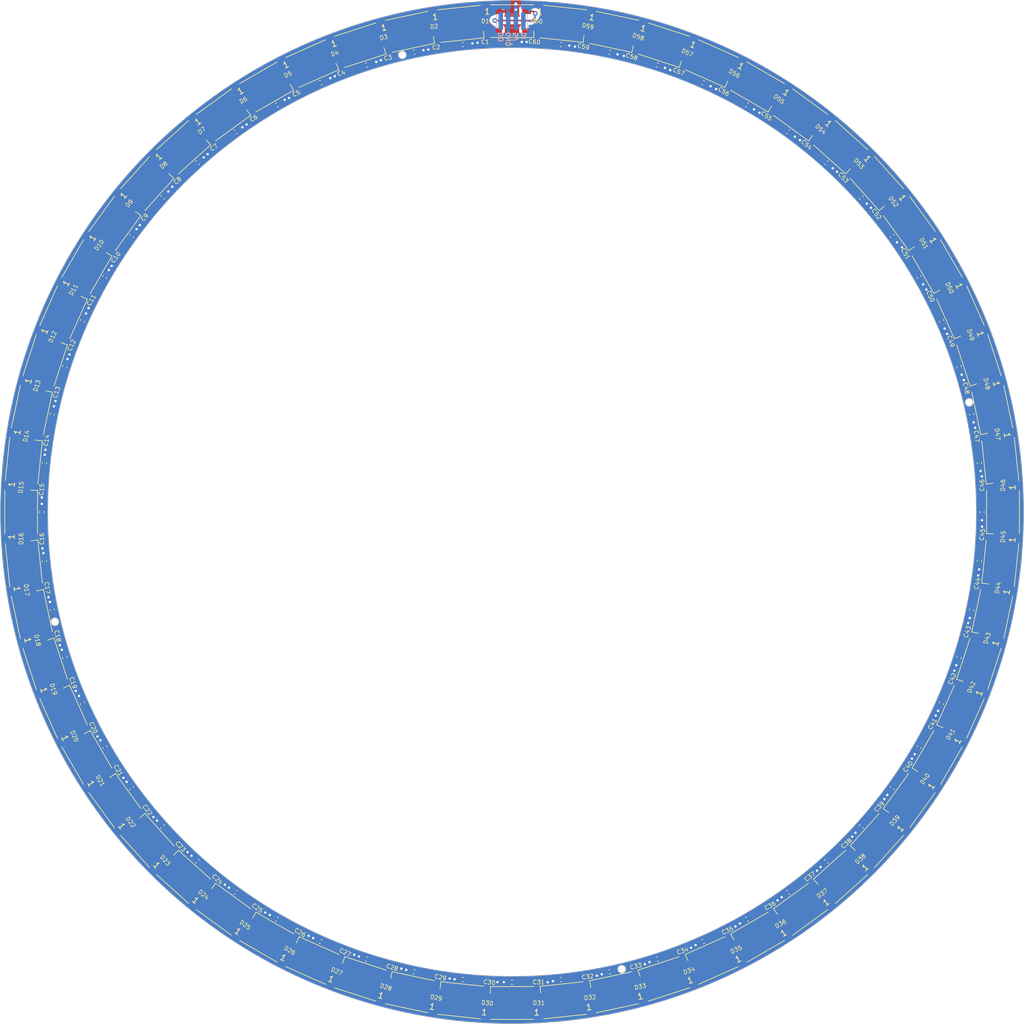
<source format=kicad_pcb>
(kicad_pcb (version 20221018) (generator pcbnew)
  (layers (0 "F.Cu" signal) (31 "B.Cu" signal) (34 "B.Paste" user) (35 "F.Paste" user) (36 "B.SilkS" user "B.Silkscreen") (37 "F.SilkS" user "F.Silkscreen") (38 "B.Mask" user) (39 "F.Mask" user) (44 "Edge.Cuts" user))
  (net 0 "")
  (net 1 "/VCC")
  (net 2 "Net-(D1-DOUT)")
  (net 3 "/GND")
  (net 4 "/DIN")
  (net 5 "Net-(D2-DOUT)")
  (net 6 "Net-(D3-DOUT)")
  (net 7 "Net-(D4-DOUT)")
  (net 8 "Net-(D5-DOUT)")
  (net 9 "Net-(D6-DOUT)")
  (net 10 "Net-(D7-DOUT)")
  (net 11 "Net-(D8-DOUT)")
  (net 12 "Net-(D10-DIN)")
  (net 13 "Net-(D10-DOUT)")
  (net 14 "Net-(D11-DOUT)")
  (net 15 "Net-(D12-DOUT)")
  (net 16 "Net-(D13-DOUT)")
  (net 17 "Net-(D14-DOUT)")
  (net 18 "Net-(D15-DOUT)")
  (net 19 "Net-(D16-DOUT)")
  (net 20 "Net-(D17-DOUT)")
  (net 21 "Net-(D18-DOUT)")
  (net 22 "Net-(D19-DOUT)")
  (net 23 "Net-(D20-DOUT)")
  (net 24 "Net-(D21-DOUT)")
  (net 25 "Net-(D22-DOUT)")
  (net 26 "Net-(D23-DOUT)")
  (net 27 "Net-(D24-DOUT)")
  (net 28 "Net-(D25-DOUT)")
  (net 29 "Net-(D26-DOUT)")
  (net 30 "Net-(D27-DOUT)")
  (net 31 "Net-(D28-DOUT)")
  (net 32 "Net-(D29-DOUT)")
  (net 33 "Net-(D30-DOUT)")
  (net 34 "Net-(D31-DOUT)")
  (net 35 "Net-(D32-DOUT)")
  (net 36 "Net-(D33-DOUT)")
  (net 37 "Net-(D34-DOUT)")
  (net 38 "Net-(D35-DOUT)")
  (net 39 "Net-(D36-DOUT)")
  (net 40 "Net-(D37-DOUT)")
  (net 41 "Net-(D38-DOUT)")
  (net 42 "Net-(D39-DOUT)")
  (net 43 "Net-(D40-DOUT)")
  (net 44 "Net-(D41-DOUT)")
  (net 45 "Net-(D42-DOUT)")
  (net 46 "Net-(D43-DOUT)")
  (net 47 "Net-(D44-DOUT)")
  (net 48 "Net-(D45-DOUT)")
  (net 49 "Net-(D46-DOUT)")
  (net 50 "Net-(D47-DOUT)")
  (net 51 "Net-(D48-DOUT)")
  (net 52 "Net-(D49-DOUT)")
  (net 53 "Net-(D50-DOUT)")
  (net 54 "Net-(D51-DOUT)")
  (net 55 "Net-(D52-DOUT)")
  (net 56 "Net-(D53-DOUT)")
  (net 57 "Net-(D54-DOUT)")
  (net 58 "Net-(D55-DOUT)")
  (net 59 "Net-(D56-DOUT)")
  (net 60 "Net-(D57-DOUT)")
  (net 61 "Net-(D58-DOUT)")
  (net 62 "Net-(D59-DOUT)")
  (net 63 "/DOUT")
  (footprint "LOTR:LED_WS2812B_PLCC4_5.0x5.0mm_P3.2mm" (layer "F.Cu") (at 180.697177 82.847285 -78)
    (fp_text reference "D48")
    (fp_text value "WS2812B")
  )
  (footprint "LOTR:C_0402_1005Metric" (layer "F.Cu") (at 172.150091 67.867805 -66)
    (fp_text reference "C50")
    (fp_text value "100nF")
  )
  (footprint "LOTR:C_0402_1005Metric" (layer "F.Cu") (at 178.547229 108.257748 -96)
    (fp_text reference "C45")
    (fp_text value "100nF")
  )
  (footprint "LOTR:LED_WS2812B_PLCC4_5.0x5.0mm_P3.2mm" (layer "F.Cu") (at 51.507716 33.256097 36)
    (fp_text reference "D7")
    (fp_text value "WS2812B")
  )
  (footprint "LOTR:C_0402_1005Metric" (layer "F.Cu") (at 67.847805 172.170091 156)
    (fp_text reference "C27")
    (fp_text value "100nF")
  )
  (footprint "LOTR:C_0402_1005Metric" (layer "F.Cu") (at 60.48 168.416006 150)
    (fp_text reference "C26")
    (fp_text value "100nF")
  )
  (footprint "LOTR:C_0402_1005Metric" (layer "F.Cu") (at 53.544965 36.087657 36)
    (fp_text reference "C7")
    (fp_text value "100nF")
  )
  (footprint "LOTR:LED_WS2812B_PLCC4_5.0x5.0mm_P3.2mm" (layer "F.Cu") (at 171.447095 141.25 -120)
    (fp_text reference "D41")
    (fp_text value "WS2812B")
  )
  (footprint "LOTR:C_0402_1005Metric" (layer "F.Cu") (at 31.563993 60.499999 60)
    (fp_text reference "C11")
    (fp_text value "100nF")
  )
  (footprint "LOTR:LED_WS2812B_PLCC4_5.0x5.0mm_P3.2mm" (layer "F.Cu") (at 82.847285 180.697177 168)
    (fp_text reference "D29")
    (fp_text value "WS2812B")
  )
  (footprint "LOTR:LED_WS2812B_PLCC4_5.0x5.0mm_P3.2mm" (layer "F.Cu") (at 161.309448 155.203275 -132)
    (fp_text reference "D39")
    (fp_text value "WS2812B")
  )
  (footprint "LOTR:C_0402_1005Metric" (layer "F.Cu") (at 36.067657 146.435034 126)
    (fp_text reference "C22")
    (fp_text value "100nF")
  )
  (footprint "LOTR:LED_WS2812B_PLCC4_5.0x5.0mm_P3.2mm" (layer "F.Cu") (at 108.623598 182.048056 -174)
    (fp_text reference "D32")
    (fp_text value "WS2812B")
  )
  (footprint "LOTR:LED_WS2812B_PLCC4_5.0x5.0mm_P3.2mm" (layer "F.Cu") (at 33.256097 148.492283 126)
    (fp_text reference "D22")
    (fp_text value "WS2812B")
  )
  (footprint "LOTR:LED_WS2812B_PLCC4_5.0x5.0mm_P3.2mm" (layer "F.Cu") (at 180.697177 117.152714 -102)
    (fp_text reference "D44")
    (fp_text value "WS2812B")
  )
  (footprint "LOTR:C_0402_1005Metric" (layer "F.Cu") (at 108.237748 178.567229 -174)
    (fp_text reference "C32")
    (fp_text value "100nF")
  )
  (footprint "LOTR:C_0402_1005Metric" (layer "F.Cu") (at 22.706339 83.574976 78)
    (fp_text reference "C14")
    (fp_text value "100nF")
  )
  (footprint "LOTR:LED_WS2812B_PLCC4_5.0x5.0mm_P3.2mm" (layer "F.Cu") (at 133.555773 175.3675 -156)
    (fp_text reference "D35")
    (fp_text value "WS2812B")
  )
  (footprint "LOTR:C_0402_1005Metric" (layer "F.Cu") (at 168.396006 139.5 -120)
    (fp_text reference "C41")
    (fp_text value "100nF")
  )
  (footprint "LOTR:LED_WS2812B_PLCC4_5.0x5.0mm_P3.2mm" (layer "F.Cu") (at 182.048056 108.623598 -96)
    (fp_text reference "D45")
    (fp_text value "WS2812B")
  )
  (footprint "LOTR:LED_WS2812B_PLCC4_5.0x5.0mm_P3.2mm" (layer "F.Cu") (at 21.537837 74.506097 72)
    (fp_text reference "D13")
    (fp_text value "WS2812B")
  )
  (footprint "LOTR:C_0402_1005Metric" (layer "F.Cu") (at 177.25366 83.574976 -78)
    (fp_text reference "C48")
    (fp_text value "100nF")
  )
  (footprint "LOTR:LED_WS2812B_PLCC4_5.0x5.0mm_P3.2mm" (layer "F.Cu") (at 175.3675 133.555773 -114)
    (fp_text reference "D42")
    (fp_text value "WS2812B")
  )
  (footprint "LOTR:LED_WS2812B_PLCC4_5.0x5.0mm_P3.2mm" (layer "F.Cu") (at 155.203275 161.309448 -138)
    (fp_text reference "D38")
    (fp_text value "WS2812B")
  )
  (footprint "LOTR:LED_WS2812B_PLCC4_5.0x5.0mm_P3.2mm" (layer "F.Cu") (at 155.203275 38.690551 -42)
    (fp_text reference "D54")
    (fp_text value "WS2812B")
  )
  (footprint "LOTR:LED_WS2812B_PLCC4_5.0x5.0mm_P3.2mm" (layer "F.Cu") (at 148.492283 166.743902 -144)
    (fp_text reference "D37")
    (fp_text value "WS2812B")
  )
  (footprint "LOTR:C_0402_1005Metric" (layer "F.Cu") (at 75.567657 175.133464 162)
    (fp_text reference "C28")
    (fp_text value "100nF")
  )
  (footprint "LOTR:C_0402_1005Metric" (layer "F.Cu") (at 91.722251 178.567229 174)
    (fp_text reference "C30")
    (fp_text value "100nF")
  )
  (footprint "LOTR:C_0402_1005Metric" (layer "F.Cu") (at 67.847805 27.829908 24)
    (fp_text reference "C5")
    (fp_text value "100nF")
  )
  (footprint "LOTR:LED_WS2812B_PLCC4_5.0x5.0mm_P3.2mm" (layer "F.Cu") (at 17.5 100 90)
    (fp_text reference "D16")
    (fp_text value "WS2812B")
  )
  (footprint "LOTR:LED_WS2812B_PLCC4_5.0x5.0mm_P3.2mm" (layer "F.Cu") (at 125.493902 178.462162 -162)
    (fp_text reference "D34")
    (fp_text value "WS2812B")
  )
  (footprint "LOTR:C_0402_1005Metric" (layer "F.Cu") (at 146.415034 163.912342 -144)
    (fp_text reference "C37")
    (fp_text value "100nF")
  )
  (footprint "LOTR:C_0402_1005Metric" (layer "F.Cu") (at 116.405023 177.27366 -168)
    (fp_text reference "C33")
    (fp_text value "100nF")
  )
  (footprint "LOTR:LED_WS2812B_PLCC4_5.0x5.0mm_P3.2mm" (layer "F.Cu") (at 19.302822 117.152714 102)
    (fp_text reference "D18")
    (fp_text value "WS2812B")
  )
  (footprint "LOTR:LED_WS2812B_PLCC4_5.0x5.0mm_P3.2mm" (layer "F.Cu") (at 33.256097 51.507716 54)
    (fp_text reference "D10")
    (fp_text value "WS2812B")
  )
  (footprint "LOTR:LED_WS2812B_PLCC4_5.0x5.0mm_P3.2mm" (layer "F.Cu") (at 66.444226 24.632499 24)
    (fp_text reference "D5")
    (fp_text value "WS2812B")
  )
  (footprint "LOTR:LED_WS2812B_PLCC4_5.0x5.0mm_P3.2mm" (layer "F.Cu") (at 58.75 28.552904 30)
    (fp_text reference "D6")
    (fp_text value "WS2812B")
  )
  (footprint "LOTR:C_0402_1005Metric" (layer "F.Cu") (at 178.98 100 -90)
    (fp_text reference "C46")
    (fp_text value "100nF")
  )
  (footprint "LOTR:LED_WS2812B_PLCC4_5.0x5.0mm_P3.2mm" (layer "F.Cu") (at 24.632499 133.555773 114)
    (fp_text reference "D20")
    (fp_text value "WS2812B")
  )
  (footprint "LOTR:LED_WS2812B_PLCC4_5.0x5.0mm_P3.2mm" (layer "F.Cu") (at 21.537837 125.493902 108)
    (fp_text reference "D19")
    (fp_text value "WS2812B")
  )
  (footprint "LOTR:C_0402_1005Metric" (layer "F.Cu") (at 158.688441 47.138682 -48)
    (fp_text reference "C53")
    (fp_text value "100nF")
  )
  (footprint "LOTR:LED_WS2812B_PLCC4_5.0x5.0mm_P3.2mm" (layer "F.Cu") (at 148.492283 33.256097 -36)
    (fp_text reference "D55")
    (fp_text value "WS2812B")
  )
  (footprint "LOTR:LED_WS2812B_PLCC4_5.0x5.0mm_P3.2mm" (layer "F.Cu") (at 125.493902 21.537837 -18)
    (fp_text reference "D58")
    (fp_text value "WS2812B")
  )
  (footprint "LOTR:C_0402_1005Metric" (layer "F.Cu") (at 175.113464 124.412342 -108)
    (fp_text reference "C43")
    (fp_text value "100nF")
  )
  (footprint "LOTR:C_0402_1005Metric" (layer "F.Cu") (at 41.271558 152.861317 132)
    (fp_text reference "C23")
    (fp_text value "100nF")
  )
  (footprint "LOTR:C_0402_1005Metric" (layer "F.Cu") (at 152.841317 158.708441 -138)
    (fp_text reference "C38")
    (fp_text value "100nF")
  )
  (footprint "LOTR:LED_WS2812B_PLCC4_5.0x5.0mm_P3.2mm" (layer "F.Cu") (at 108.623598 17.951943 -6)
    (fp_text reference "D60")
    (fp_text value "WS2812B")
  )
  (footprint "LOTR:C_0402_1005Metric" (layer "F.Cu") (at 132.112194 172.170091 -156)
    (fp_text reference "C35")
    (fp_text value "100nF")
  )
  (footprint "LOTR:C_0402_1005Metric" (layer "F.Cu") (at 20.98 100 90)
    (fp_text reference "C16")
    (fp_text value "100nF")
  )
  (footprint "LOTR:LED_WS2812B_PLCC4_5.0x5.0mm_P3.2mm" (layer "F.Cu") (at 82.847285 19.302822 12)
    (fp_text reference "D3")
    (fp_text value "WS2812B")
  )
  (footprint "LOTR:C_0402_1005Metric" (layer "F.Cu") (at 99.98 21)
    (fp_text reference "C1")
    (fp_text value "100nF")
  )
  (footprint "LOTR:C_0402_1005Metric" (layer "F.Cu") (at 47.118682 41.291558 42)
    (fp_text reference "C8")
    (fp_text value "100nF")
  )
  (footprint "LOTR:LED_WS2812B_PLCC4_5.0x5.0mm_P3.2mm" (layer "F.Cu") (at 38.690551 155.203275 132)
    (fp_text reference "D23")
    (fp_text value "WS2812B")
  )
  (footprint "LOTR:C_0402_1005Metric" (layer "F.Cu") (at 24.846535 75.587657 72)
    (fp_text reference "C13")
    (fp_text value "100nF")
  )
  (footprint "LOTR:C_0402_1005Metric" (layer "F.Cu") (at 163.892342 146.435034 -126)
    (fp_text reference "C40")
    (fp_text value "100nF")
  )
  (footprint "LOTR:LED_WS2812B_PLCC4_5.0x5.0mm_P3.2mm" (layer "F.Cu") (at 117.152714 180.697177 -168)
    (fp_text reference "D33")
    (fp_text value "WS2812B")
  )
  (footprint "LOTR:C_0402_1005Metric" (layer "F.Cu") (at 91.722251 21.43277 6)
    (fp_text reference "C2")
    (fp_text value "100nF")
  )
  (footprint "LOTR:LED_WS2812B_PLCC4_5.0x5.0mm_P3.2mm" (layer "F.Cu") (at 161.309448 44.796724 -48)
    (fp_text reference "D53")
    (fp_text value "WS2812B")
  )
  (footprint "LOTR:C_0402_1005Metric" (layer "F.Cu") (at 158.688441 152.861317 -132)
    (fp_text reference "C39")
    (fp_text value "100nF")
  )
  (footprint "LOTR:LED_WS2812B_PLCC4_5.0x5.0mm_P3.2mm" (layer "F.Cu") (at 17.951943 91.376401 84)
    (fp_text reference "D15")
    (fp_text value "WS2812B")
  )
  (footprint "LOTR:C_0402_1005Metric" (layer "F.Cu") (at 60.48 31.583993 30)
    (fp_text reference "C6")
    (fp_text value "100nF")
  )
  (footprint "LOTR:C_0402_1005Metric" (layer "F.Cu") (at 139.48 168.416006 -150)
    (fp_text reference "C36")
    (fp_text value "100nF")
  )
  (footprint "LOTR:LED_WS2812B_PLCC4_5.0x5.0mm_P3.2mm" (layer "F.Cu") (at 175.3675 66.444226 -66)
    (fp_text reference "D50")
    (fp_text value "WS2812B")
  )
  (footprint "LOTR:LED_WS2812B_PLCC4_5.0x5.0mm_P3.2mm" (layer "F.Cu") (at 182.5 100 -90)
    (fp_text reference "D46")
    (fp_text value "WS2812B")
  )
  (footprint "LOTR:LED_WS2812B_PLCC4_5.0x5.0mm_P3.2mm" (layer "F.Cu") (at 58.75 171.447095 150)
    (fp_text reference "D26")
    (fp_text value "WS2812B")
  )
  (footprint "LOTR:LED_WS2812B_PLCC4_5.0x5.0mm_P3.2mm" (layer "F.Cu") (at 91.376401 17.951943 6)
    (fp_text reference "D2")
    (fp_text value "WS2812B")
  )
  (footprint "LOTR:C_0402_1005Metric" (layer "F.Cu") (at 22.706339 116.425023 102)
    (fp_text reference "C18")
    (fp_text value "100nF")
  )
  (footprint "LOTR:C_0402_1005Metric" (layer "F.Cu") (at 177.25366 116.425023 -102)
    (fp_text reference "C44")
    (fp_text value "100nF")
  )
  (footprint "LOTR:C_0402_1005Metric" (layer "F.Cu") (at 47.118682 158.708441 138)
    (fp_text reference "C24")
    (fp_text value "100nF")
  )
  (footprint "LOTR:LED_WS2812B_PLCC4_5.0x5.0mm_P3.2mm" (layer "F.Cu") (at 171.447095 58.749999 -60)
    (fp_text reference "D51")
    (fp_text value "WS2812B")
  )
  (footprint "LOTR:LED_WS2812B_PLCC4_5.0x5.0mm_P3.2mm" (layer "F.Cu") (at 44.796724 38.690551 42)
    (fp_text reference "D8")
    (fp_text value "WS2812B")
  )
  (footprint "LOTR:C_0402_1005Metric" (layer "F.Cu") (at 146.415034 36.087657 -36)
    (fp_text reference "C55")
    (fp_text value "100nF")
  )
  (footprint "LOTR:LED_WS2812B_PLCC4_5.0x5.0mm_P3.2mm" (layer "F.Cu") (at 28.552904 58.749999 60)
    (fp_text reference "D11")
    (fp_text value "WS2812B")
  )
  (footprint "LOTR:C_0402_1005Metric" (layer "F.Cu") (at 24.846535 124.412342 108)
    (fp_text reference "C19")
    (fp_text value "100nF")
  )
  (footprint "LOTR:LED_WS2812B_PLCC4_5.0x5.0mm_P3.2mm" (layer "F.Cu") (at 91.376401 182.048056 174)
    (fp_text reference "D30")
    (fp_text value "WS2812B")
  )
  (footprint "LOTR:C_0402_1005Metric" (layer "F.Cu") (at 99.979999 179 180)
    (fp_text reference "C31")
    (fp_text value "100nF")
  )
  (footprint "LOTR:LED_WS2812B_PLCC4_5.0x5.0mm_P3.2mm" (layer "F.Cu") (at 178.462162 125.493902 -108)
    (fp_text reference "D43")
    (fp_text value "WS2812B")
  )
  (footprint "LOTR:C_0402_1005Metric" (layer "F.Cu") (at 36.067657 53.564965 54)
    (fp_text reference "C10")
    (fp_text value "100nF")
  )
  (footprint "LOTR:C_0402_1005Metric" (layer "F.Cu") (at 83.554976 177.27366 168)
    (fp_text reference "C29")
    (fp_text value "100nF")
  )
  (footprint "LOTR:LED_WS2812B_PLCC4_5.0x5.0mm_P3.2mm" (layer "F.Cu") (at 182.048056 91.376401 -84)
    (fp_text reference "D47")
    (fp_text value "WS2812B")
  )
  (footprint "LOTR:C_0402_1005Metric" (layer "F.Cu") (at 116.405023 22.726339 -12)
    (fp_text reference "C59")
    (fp_text value "100nF")
  )
  (footprint "LOTR:LED_WS2812B_PLCC4_5.0x5.0mm_P3.2mm" (layer "F.Cu") (at 117.152714 19.302822 -12)
    (fp_text reference "D59")
    (fp_text value "WS2812B")
  )
  (footprint "LOTR:C_0402_1005Metric" (layer "F.Cu") (at 178.547229 91.742251 -84)
    (fp_text reference "C47")
    (fp_text value "100nF")
  )
  (footprint "LOTR:C_0402_1005Metric" (layer "F.Cu") (at 163.892342 53.564965 -54)
    (fp_text reference "C52")
    (fp_text value "100nF")
  )
  (footprint "LOTR:C_0402_1005Metric" (layer "F.Cu") (at 21.41277 91.742251 84)
    (fp_text reference "C15")
    (fp_text value "100nF")
  )
  (footprint "LOTR:LED_WS2812B_PLCC4_5.0x5.0mm_P3.2mm" (layer "F.Cu") (at 100 17.5)
    (fp_text reference "D1")
    (fp_text value "WS2812B")
  )
  (footprint "LOTR:LED_WS2812B_PLCC4_5.0x5.0mm_P3.2mm" (layer "F.Cu") (at 28.552904 141.25 120)
    (fp_text reference "D21")
    (fp_text value "WS2812B")
  )
  (footprint "LOTR:LED_WS2812B_PLCC4_5.0x5.0mm_P3.2mm" (layer "F.Cu") (at 99.999999 182.5 180)
    (fp_text reference "D31")
    (fp_text value "WS2812B")
  )
  (footprint "LOTR:LED_WS2812B_PLCC4_5.0x5.0mm_P3.2mm" (layer "F.Cu") (at 66.444226 175.3675 156)
    (fp_text reference "D27")
    (fp_text value "WS2812B")
  )
  (footprint "LOTR:LED_WS2812B_PLCC4_5.0x5.0mm_P3.2mm" (layer "F.Cu") (at 51.507716 166.743902 144)
    (fp_text reference "D25")
    (fp_text value "WS2812B")
  )
  (footprint "LOTR:C_0402_1005Metric" (layer "F.Cu") (at 53.544965 163.912342 144)
    (fp_text reference "C25")
    (fp_text value "100nF")
  )
  (footprint "LOTR:LED_WS2812B_PLCC4_5.0x5.0mm_P3.2mm" (layer "F.Cu") (at 74.506097 21.537837 18)
    (fp_text reference "D4")
    (fp_text value "WS2812B")
  )
  (footprint "LOTR:C_0402_1005Metric" (layer "F.Cu") (at 175.113464 75.587657 -72)
    (fp_text reference "C49")
    (fp_text value "100nF")
  )
  (footprint "LOTR:LED_WS2812B_PLCC4_5.0x5.0mm_P3.2mm" (layer "F.Cu") (at 44.796724 161.309448 138)
    (fp_text reference "D24")
    (fp_text value "WS2812B")
  )
  (footprint "LOTR:LED_WS2812B_PLCC4_5.0x5.0mm_P3.2mm" (layer "F.Cu") (at 19.302822 82.847285 78)
    (fp_text reference "D14")
    (fp_text value "WS2812B")
  )
  (footprint "LOTR:C_0402_1005Metric" (layer "F.Cu") (at 168.396006 60.499999 -60)
    (fp_text reference "C51")
    (fp_text value "100nF")
  )
  (footprint "LOTR:LED_WS2812B_PLCC4_5.0x5.0mm_P3.2mm" (layer "F.Cu") (at 24.632499 66.444226 66)
    (fp_text reference "D12")
    (fp_text value "WS2812B")
  )
  (footprint "LOTR:LED_WS2812B_PLCC4_5.0x5.0mm_P3.2mm" (layer "F.Cu") (at 141.25 171.447095 -150)
    (fp_text reference "D36")
    (fp_text value "WS2812B")
  )
  (footprint "LOTR:C_0402_1005Metric" (layer "F.Cu") (at 172.150091 132.132194 -114)
    (fp_text reference "C42")
    (fp_text value "100nF")
  )
  (footprint "LOTR:C_0402_1005Metric" (layer "F.Cu") (at 41.271558 47.138682 48)
    (fp_text reference "C9")
    (fp_text value "100nF")
  )
  (footprint "LOTR:LED_WS2812B_PLCC4_5.0x5.0mm_P3.2mm" (layer "F.Cu") (at 38.690551 44.796724 48)
    (fp_text reference "D9")
    (fp_text value "WS2812B")
  )
  (footprint "LOTR:C_0402_1005Metric" (layer "F.Cu") (at 27.809908 67.867805 66)
    (fp_text reference "C12")
    (fp_text value "100nF")
  )
  (footprint "LOTR:C_0402_1005Metric" (layer "F.Cu") (at 21.41277 108.257748 96)
    (fp_text reference "C17")
    (fp_text value "100nF")
  )
  (footprint "LOTR:C_0402_1005Metric" (layer "F.Cu") (at 31.563993 139.5 120)
    (fp_text reference "C21")
    (fp_text value "100nF")
  )
  (footprint "LOTR:C_0402_1005Metric" (layer "F.Cu") (at 152.841317 41.291558 -42)
    (fp_text reference "C54")
    (fp_text value "100nF")
  )
  (footprint "LOTR:C_0402_1005Metric" (layer "F.Cu") (at 75.567657 24.866535 18)
    (fp_text reference "C4")
    (fp_text value "100nF")
  )
  (footprint "LOTR:LED_WS2812B_PLCC4_5.0x5.0mm_P3.2mm" (layer "F.Cu") (at 74.506097 178.462162 162)
    (fp_text reference "D28")
    (fp_text value "WS2812B")
  )
  (footprint "LOTR:C_0402_1005Metric" (layer "F.Cu") (at 108.237748 21.43277 -6)
    (fp_text reference "C60")
    (fp_text value "100nF")
  )
  (footprint "LOTR:LED_WS2812B_PLCC4_5.0x5.0mm_P3.2mm" (layer "F.Cu") (at 166.743902 51.507716 -54)
    (fp_text reference "D52")
    (fp_text value "WS2812B")
  )
  (footprint "LOTR:C_0402_1005Metric" (layer "F.Cu") (at 132.112194 27.829908 -24)
    (fp_text reference "C57")
    (fp_text value "100nF")
  )
  (footprint "LOTR:C_0402_1005Metric" (layer "F.Cu") (at 83.554976 22.726339 12)
    (fp_text reference "C3")
    (fp_text value "100nF")
  )
  (footprint "LOTR:C_0402_1005Metric" (layer "F.Cu") (at 124.392342 175.133464 -162)
    (fp_text reference "C34")
    (fp_text value "100nF")
  )
  (footprint "LOTR:C_0402_1005Metric" (layer "F.Cu") (at 139.48 31.583993 -30)
    (fp_text reference "C56")
    (fp_text value "100nF")
  )
  (footprint "LOTR:C_0402_1005Metric" (layer "F.Cu") (at 27.809908 132.132194 114)
    (fp_text reference "C20")
    (fp_text value "100nF")
  )
  (footprint "LOTR:LED_WS2812B_PLCC4_5.0x5.0mm_P3.2mm" (layer "F.Cu") (at 141.25 28.552904 -30)
    (fp_text reference "D56")
    (fp_text value "WS2812B")
  )
  (footprint "LOTR:C_0402_1005Metric" (layer "F.Cu") (at 124.392342 24.866535 -18)
    (fp_text reference "C58")
    (fp_text value "100nF")
  )
  (footprint "LOTR:LED_WS2812B_PLCC4_5.0x5.0mm_P3.2mm" (layer "F.Cu") (at 133.555773 24.632499 -24)
    (fp_text reference "D57")
    (fp_text value "WS2812B")
  )
  (footprint "LOTR:LED_WS2812B_PLCC4_5.0x5.0mm_P3.2mm" (layer "F.Cu") (at 17.951943 108.623598 96)
    (fp_text reference "D17")
    (fp_text value "WS2812B")
  )
  (footprint "LOTR:LED_WS2812B_PLCC4_5.0x5.0mm_P3.2mm" (layer "F.Cu") (at 178.462162 74.506097 -72)
    (fp_text reference "D49")
    (fp_text value "WS2812B")
  )
  (footprint "LOTR:LED_WS2812B_PLCC4_5.0x5.0mm_P3.2mm" (layer "F.Cu") (at 166.743902 148.492283 -126)
    (fp_text reference "D40")
    (fp_text value "WS2812B")
  )
  (footprint "LOTR:PinHeader_1x04_P1.27mm_Vertical_SMD_Pin1Left" (layer "B.Cu") (at 100 17.49 90)
    (fp_text reference "J1")
    (fp_text value "IN")
  )
  (gr_circle (center 118.442184 176.817224) (end 117.807184 176.817224) (stroke (width 0.16)) (fill none) (layer "Edge.Cuts"))
  (gr_circle (center 23.182776 118.442184) (end 22.547776 118.442184) (stroke (width 0.16)) (fill none) (layer "Edge.Cuts"))
  (gr_circle (center 100 100) (end 22 100) (stroke (width 0.1)) (fill none) (layer "Edge.Cuts"))
  (gr_circle (center 81.557816 23.182776) (end 80.922816 23.182776) (stroke (width 0.16)) (fill none) (layer "Edge.Cuts"))
  (gr_circle (center 100 100) (end 14 100) (stroke (width 0.1)) (fill none) (layer "Edge.Cuts"))
  (gr_circle (center 176.817224 81.557816) (end 176.182224 81.557816) (stroke (width 0.16)) (fill none) (layer "Edge.Cuts"))
  (segment (start 106.359491 16.054887) (end 106.359491 15.259491) (width 0.7) (layer "F.Cu") (net 1))
  (segment (start 100.64 14.6) (end 98.2 14.6) (width 0.7) (layer "F.Cu") (net 1))
  (segment (start 97.55 15.25) (end 97.55 15.85) (width 0.7) (layer "F.Cu") (net 1))
  (segment (start 98.2 14.6) (end 97.55 15.25) (width 0.7) (layer "F.Cu") (net 1))
  (segment (start 106.359491 15.259491) (end 105.7 14.6) (width 0.7) (layer "F.Cu") (net 1))
  (segment (start 105.7 14.6) (end 100.64 14.6) (width 0.7) (layer "F.Cu") (net 1))
  (via (at 100.64 15.57) (size 0.8) (drill 0.4) (layers "F.Cu" "B.Cu") (net 1))
  (via (at 100.64 14.6) (size 0.8) (drill 0.4) (layers "F.Cu" "B.Cu") (net 1))
  (segment (start 100.635 15.575) (end 100.64 15.57) (width 0.7) (layer "B.Cu") (net 1))
  (segment (start 100.635 17.5) (end 100.635 15.575) (width 0.7) (layer "B.Cu") (net 1))
  (segment (start 100.64 14.6) (end 100.64 15.57) (width 0.7) (layer "B.Cu") (net 1))
  (segment (start 93.640508 16.054887) (end 94.454887 16.054887) (width 0.25) (layer "F.Cu") (net 2))
  (segment (start 94.454887 16.054887) (end 97.55 19.15) (width 0.25) (layer "F.Cu") (net 2))
  (segment (start 46.761972 158.381972) (end 46.13 157.75) (width 0.25) (layer "F.Cu") (net 3))
  (segment (start 77.95 24.07) (end 77.346064 23.466064) (width 0.25) (layer "F.Cu") (net 3))
  (segment (start 51.75 162.71442) (end 50.49547 163.96895) (width 0.25) (layer "F.Cu") (net 3))
  (segment (start 22.606541 115.955512) (end 22.606541 115.366541) (width 0.25) (layer "F.Cu") (net 3))
  (segment (start 108.715119 21.482944) (end 109.502944 21.482944) (width 0.25) (layer "F.Cu") (net 3))
  (segment (start 179.913295 110.65) (end 180.151 110.887705) (width 0.25) (layer "F.Cu") (net 3))
  (segment (start 27.614674 131.284674) (end 27.23 130.9) (width 0.25) (layer "F.Cu") (net 3))
  (segment (start 80.793878 178.57385) (end 80.793878 177.336122) (width 0.25) (layer "F.Cu") (net 3))
  (segment (start 163.610205 146.989795) (end 163.06 147.54) (width 0.25) (layer "F.Cu") (net 3))
  (segment (start 146.803362 36.369794) (end 146.979794 36.369794) (width 0.25) (layer "F.Cu") (net 3))
  (segment (start 20.276705 89.54) (end 19.848999 89.112294) (width 0.25) (layer "F.Cu") (net 3))
  (segment (start 42.806025 45.33) (end 41.55611 44.080085) (width 0.25) (layer "F.Cu") (net 3))
  (segment (start 153.198027 41.612741) (end 153.272741 41.612741) (width 0.25) (layer "F.Cu") (net 3))
  (segment (start 168.156006 140.193994) (end 167.66 140.69) (width 0.25) (layer "F.Cu") (net 3))
  (segment (start 21.462944 90.377056) (end 21.47 90.37) (width 0.25) (layer "F.Cu") (net 3))
  (segment (start 171.954857 132.570696) (end 171.954857 133.045143) (width 0.25) (layer "F.Cu") (net 3))
  (segment (start 178.98 100.48) (end 178.98 101.38) (width 0.25) (layer "F.Cu") (net 3))
  (segment (start 118.79 21.84227) (end 119.206121 21.426149) (width 0.25) (layer "F.Cu") (net 3))
  (segment (start 148.38 37.155578) (end 149.504529 36.031049) (width 0.25) (layer "F.Cu") (net 3))
  (segment (start 107.082597 178.617403) (end 106.87 178.83) (width 0.25) (layer "F.Cu") (net 3))
  (segment (start 65.82 171.21) (end 65.82 171.9208) (width 0.25) (layer "F.Cu") (net 3))
  (segment (start 177.176074 77.82) (end 177.65001 77.346064) (width 0.25) (layer "F.Cu") (net 3))
  (segment (start 22.806137 83.105465) (end 22.806137 82.443863) (width 0.25) (layer "F.Cu") (net 3))
  (segment (start 160.584123 48.86) (end 161.722629 47.721494) (width 0.25) (layer "F.Cu") (net 3))
  (segment (start 178.33 110.65) (end 179.913295 110.65) (width 0.25) (layer "F.Cu") (net 3))
  (segment (start 163.610205 146.823362) (end 163.610205 146.989795) (width 0.25) (layer "F.Cu") (net 3))
  (segment (start 85.92 22.27) (end 85.586801 21.936801) (width 0.25) (layer "F.Cu") (net 3))
  (segment (start 24.994863 74.565137) (end 25.28 74.28) (width 0.25) (layer "F.Cu") (net 3))
  (segment (start 110.58 21.78) (end 110.58 20.156704) (width 0.25) (layer "F.Cu") (net 3))
  (segment (start 130.08 174.290184) (end 130.646471 174.856655) (width 0.25) (layer "F.Cu") (net 3))
  (segment (start 162.57 148.24) (end 162.704421 148.24) (width 0.25) (layer "F.Cu") (net 3))
  (segment (start 146.979794 36.369794) (end 147.53 36.92) (width 0.25) (layer "F.Cu") (net 3))
  (segment (start 58.54 167.3) (end 58.54 167.706391) (width 0.25) (layer "F.Cu") (net 3))
  (segment (start 22.806137 82.443863) (end 23.02 82.23) (width 0.25) (layer "F.Cu") (net 3))
  (segment (start 117.486137 22.826137) (end 117.74 23.08) (width 0.25) (layer "F.Cu") (net 3))
  (segment (start 174.965136 125.444864) (end 174.66 125.75) (width 0.25) (layer "F.Cu") (net 3))
  (segment (start 175.261792 76.621792) (end 175.55 76.91) (width 0.25) (layer "F.Cu") (net 3))
  (segment (start 41.592741 46.781972) (end 41.592741 46.777259) (width 0.25) (layer "F.Cu") (net 3))
  (segment (start 171.950801 134.21) (end 172.863645 135.122844) (width 0.25) (layer "F.Cu") (net 3))
  (segment (start 24.698207 123.955835) (end 24.698207 123.498207) (width 0.25) (layer "F.Cu") (net 3))
  (segment (start 173.11 70.06) (end 174.150183 70.06) (width 0.25) (layer "F.Cu") (net 3))
  (segment (start 177.353458 84.044487) (end 177.353458 84.703458) (width 0.25) (layer "F.Cu") (net 3))
  (segment (start 134.29 28.91) (end 134.29 27.969198) (width 0.25) (layer "F.Cu") (net 3))
  (segment (start 137.55 170.489915) (end 138.303238 171.243153) (width 0.25) (layer "F.Cu") (net 3))
  (segment (start 90.357055 178.517055) (end 90.35 178.51) (width 0.25) (layer "F.Cu") (net 3))
  (segment (start 137.55 169.64) (end 137.55 170.489915) (width 0.25) (layer "F.Cu") (net 3))
  (segment (start 40.950375 152.504607) (end 40.950375 152.460375) (width 0.25) (layer "F.Cu") (net 3))
  (segment (start 175.261792 76.044164) (end 175.261792 76.621792) (width 0.25) (layer "F.Cu") (net 3))
  (segment (start 25.729815 130.06) (end 25.143344 130.646471) (width 0.25) (layer "F.Cu") (net 3))
  (segment (start 178.027729 118.66) (end 178.57385 119.206121) (width 0.25) (layer "F.Cu") (net 3))
  (segment (start 177.83 85.83) (end 179.349418 85.83) (width 0.25) (layer "F.Cu") (net 3))
  (segment (start 30.34 137.71) (end 29.350084 137.71) (width 0.25) (layer "F.Cu") (net 3))
  (segment (start 70.21 26.75) (end 70.21 25.999816) (width 0.25) (layer "F.Cu") (net 3))
  (segment (start 159.009624 47.495392) (end 159.009624 47.569624) (width 0.25) (layer "F.Cu") (net 3))
  (segment (start 165.788751 55.52) (end 166.849098 54.459653) (width 0.25) (layer "F.Cu") (net 3))
  (segment (start 22.09 114.3) (end 20.52058 114.3) (width 0.25) (layer "F.Cu") (net 3))
  (segment (start 110.58 20.156704) (end 110.887705 19.848999) (width 0.25) (layer "F.Cu") (net 3))
  (segment (start 94.195 21.135) (end 93.985452 20.925452) (width 0.25) (layer "F.Cu") (net 3))
  (segment (start 132.550696 28.025142) (end 132.945142 28.025142) (width 0.25) (layer "F.Cu") (net 3))
  (segment (start 60.064308 168.176006) (end 59.746006 168.176006) (width 0.25) (layer "F.Cu") (net 3))
  (segment (start 176.66 118.66) (end 178.027729 118.66) (width 0.25) (layer "F.Cu") (net 3))
  (segment (start 23.28 81.34) (end 21.972271 81.34) (width 0.25) (layer "F.Cu") (net 3))
  (segment (start 61.79 30.73) (end 61.176007 31.343993) (width 0.25) (layer "F.Cu") (net 3))
  (segment (start 177.153862 117.566138) (end 176.92 117.8) (width 0.25) (layer "F.Cu") (net 3))
  (segment (start 154.656024 42.82) (end 155.919914 41.55611) (width 0.25) (layer "F.Cu") (net 3))
  (segment (start 59.746006 168.176006) (end 59.29 167.72) (width 0.25) (layer "F.Cu") (net 3))
  (segment (start 157.17 154.646025) (end 158.443889 155.919914) (width 0.25) (layer "F.Cu") (net 3))
  (segment (start 41.592741 46.777259) (end 42.24 46.13) (width 0.25) (layer "F.Cu") (net 3))
  (segment (start 126.58 24.598284) (end 127.314112 23.864172) (width 0.25) (layer "F.Cu") (net 3))
  (segment (start 55.38 34.071248) (end 54.459653 33.150901) (width 0.25) (layer "F.Cu") (net 3))
  (segment (start 107.760377 178.617403) (end 107.082597 178.617403) (width 0.25) (layer "F.Cu") (net 3))
  (segment (start 167.19 141.44) (end 167.686391 141.44) (width 0.25) (layer "F.Cu") (net 3))
  (segment (start 42.9 45.33) (end 42.806025 45.33) (width 0.25) (layer "F.Cu") (net 3))
  (segment (start 164.174479 53.953293) (end 164.174479 54.144479) (width 0.25) (layer "F.Cu") (net 3))
  (segment (start 179.349418 85.83) (end 179.592617 85.586801) (width 0.25) (layer "F.Cu") (net 3))
  (segment (start 28.84 65.71) (end 27.969199 65.71) (width 0.25) (layer "F.Cu") (net 3))
  (segment (start 130.08 173.22) (end 130.08 174.290184) (width 0.25) (layer "F.Cu") (net 3))
  (segment (start 58.54 167.706391) (end 57.453238 168.793153) (width 0.25) (layer "F.Cu") (net 3))
  (segment (start 152.470376 159.029624) (end 151.85 159.65) (width 0.25) (layer "F.Cu") (net 3))
  (segment (start 164.174479 54.144479) (end 164.7 54.67) (width 0.25) (layer "F.Cu") (net 3))
  (segment (start 168.636006 61.286006) (end 169.08 61.73) (width 0.25) (layer "F.Cu") (net 3))
  (segment (start 160.31 48.86) (end 160.584123 48.86) (width 0.25) (layer "F.Cu") (net 3))
  (segment (start 148.38 37.5) (end 148.38 37.155578) (width 0.25) (layer "F.Cu") (net 3))
  (segment (start 19.442262 106.12) (end 19.336809 106.014547) (width 0.25) (layer "F.Cu") (net 3))
  (segment (start 97.55 179) (end 97.549999 180.85) (width 0.25) (layer "F.Cu") (net 3))
  (segment (start 151.24 160.684124) (end 152.278505 161.722629) (width 0.25) (layer "F.Cu") (net 3))
  (segment (start 77.346064 23.466064) (end 77.346064 22.349989) (width 0.25) (layer "F.Cu") (net 3))
  (segment (start 174.33 126.65) (end 175.471715 126.65) (width 0.25) (layer "F.Cu") (net 3))
  (segment (start 178.96 94.01) (end 180.638642 94.01) (width 0.25) (layer "F.Cu") (net 3))
  (segment (start 28.005142 67.034858) (end 28.41 66.63) (width 0.25) (layer "F.Cu") (net 3))
  (segment (start 31.323993 139.084308) (end 31.323993 138.853993) (width 0.25) (layer "F.Cu") (net 3))
  (segment (start 159.009624 47.569624) (end 159.61 48.17) (width 0.25) (layer "F.Cu") (net 3))
  (segment (start 36.349794 53.000206) (end 36.89 52.46) (width 0.25) (layer "F.Cu") (net 3))
  (segment (start 53.156637 163.630205) (end 52.940205 163.630205) (width 0.25) (layer "F.Cu") (net 3))
  (segment (start 115.376542 177.373458) (end 115.08 177.67) (width 0.25) (layer "F.Cu") (net 3))
  (segment (start 144.62 165.928752) (end 145.540346 166.849098) (width 0.25) (layer "F.Cu") (net 3))
  (segment (start 55.38 34.87) (end 55.38 34.071248) (width 0.25) (layer "F.Cu") (net 3))
  (segment (start 99.499999 179) (end 98.61 179) (width 0.25) (layer "F.Cu") (net 3))
  (segment (start 89.51 179.753294) (end 89.112294 180.151) (width 0.25) (layer "F.Cu") (net 3))
  (segment (start 45.363974 157.16) (end 44.080085 158.443889) (width 0.25) (layer "F.Cu") (net 3))
  (segment (start 168.156006 139.915692) (end 168.156006 140.193994) (width 0.25) (layer "F.Cu") (net 3))
  (segment (start 141.58 32.173608) (end 142.546762 31.206846) (width 0.25) (layer "F.Cu") (net 3))
  (segment (start 20.98 99.52) (end 20.98 98.63) (width 0.25) (layer "F.Cu") (net 3))
  (segment (start 93.985452 20.925452) (end 93.985452 19.336809) (width 0.25) (layer "F.Cu") (net 3))
  (segment (start 178.597403 92.967403) (end 178.73 93.1) (width 0.25) (layer "F.Cu") (net 3))
  (segment (start 141.58 32.89) (end 141.58 32.173608) (width 0.25) (layer "F.Cu") (net 3))
  (segment (start 35.78552 146.046706) (end 35.78552 145.88552) (width 0.25) (layer "F.Cu") (net 3))
  (segment (start 178.497055 108.735119) (end 178.497055 109.637055) (width 0.25) (layer "F.Cu") (net 3))
  (segment (start 178.597403 92.219622) (end 178.597403 92.967403) (width 0.25) (layer "F.Cu") (net 3))
  (segment (start 66.954857 171.974857) (end 66.58 171.6) (width 0.25) (layer "F.Cu") (net 3))
  (segment (start 123.935835 175.281792) (end 123.448208 175.281792) (width 0.25) (layer "F.Cu") (net 3))
  (segment (start 123.448208 175.281792) (end 123.1 175.63) (width 0.25) (layer "F.Cu") (net 3))
  (segment (start 47.619625 40.970375) (end 48.18 40.41) (width 0.25) (layer "F.Cu") (net 3))
  (segment (start 122.31 177.306075) (end 122.653935 177.65001) (width 0.25) (layer "F.Cu") (net 3))
  (segment (start 115.935512 177.373458) (end 115.376542 177.373458) (width 0.25) (layer "F.Cu") (net 3))
  (segment (start 167.686391 141.44) (end 168.793153 142.546762) (width 0.25) (layer "F.Cu") (net 3))
  (segment (start 144.62 165.25) (end 144.62 165.928752) (width 0.25) (layer "F.Cu") (net 3))
  (segment (start 180.638642 94.01) (end 180.66319 93.985452) (width 0.25) (layer "F.Cu") (net 3))
  (segment (start 83.085465 177.173862) (end 82.443862 177.173862) (width 0.25) (layer "F.Cu") (net 3))
  (segment (start 21.972271 81.34) (end 21.426149 80.793878) (width 0.25) (layer "F.Cu") (net 3))
  (segment (start 32.71 58.64) (end 32.393609 58.64) (width 0.25) (layer "F.Cu") (net 3))
  (segment (start 102.45 21) (end 102.45 19.15) (width 0.25) (layer "F.Cu") (net 3))
  (segment (start 140.153993 31.823993) (end 140.66 32.33) (width 0.25) (layer "F.Cu") (net 3))
  (segment (start 37.43 51.79) (end 37.325579 51.79) (width 0.25) (layer "F.Cu") (net 3))
  (segment (start 125.344863 25.014863) (end 125.68 25.35) (width 0.25) (layer "F.Cu") (net 3))
  (segment (start 165.54 55.52) (end 165.788751 55.52) (width 0.25) (layer "F.Cu") (net 3))
  (segment (start 170.329914 62.61) (end 171.243153 61.696761) (width 0.25) (layer "F.Cu") (net 3))
  (segment (start 27.969199 65.71) (end 27.136354 64.877155) (width 0.25) (layer "F.Cu") (net 3))
  (segment (start 24.698285 73.52) (end 23.864172 72.685887) (width 0.25) (layer "F.Cu") (net 3))
  (segment (start 158.367258 153.218027) (end 158.367258 153.242742) (width 0.25) (layer "F.Cu") (net 3))
  (segment (start 75.11115 174.985136) (end 74.565136 174.985136) (width 0.25) (layer "F.Cu") (net 3))
  (segment (start 152.484607 159.029624) (end 152.470376 159.029624) (width 0.25) (layer "F.Cu") (net 3))
  (segment (start 82.443862 177.173862) (end 82.22 176.95) (width 0.25) (layer "F.Cu") (net 3))
  (segment (start 24.994863 75.13115) (end 24.994863 74.565137) (width 0.25) (layer "F.Cu") (net 3))
  (segment (start 27.614674 131.693692) (end 27.614674 131.284674) (width 0.25) (layer "F.Cu") (net 3))
  (segment (start 25.63 73.52) (end 24.698285 73.52) (width 0.25) (layer "F.Cu") (net 3))
  (segment (start 26.69 130.06) (end 25.729815 130.06) (width 0.25) (layer "F.Cu") (net 3))
  (segment (start 68.895326 27.634674) (end 68.286307 27.634674) (width 0.25) (layer "F.Cu") (net 3))
  (segment (start 77.18 24.34) (end 76.801793 24.718207) (width 0.25) (layer "F.Cu") (net 3))
  (segment (start 85.586801 21.936801) (end 85.586801 20.407382) (width 0.25) (layer "F.Cu") (net 3))
  (segment (start 162.704421 148.24) (end 163.96895 149.504529) (width 0.25) (layer "F.Cu") (net 3))
  (segment (start 145.845521 164.194479) (end 145.31 164.73) (width 0.25) (layer "F.Cu") (net 3))
  (segment (start 21.462944 91.26488) (end 21.462944 90.377056) (width 0.25) (layer "F.Cu") (net 3))
  (segment (start 37.325579 51.79) (end 36.031049 50.49547) (width 0.25) (layer "F.Cu") (net 3))
  (segment (start 126.58 25.73) (end 126.58 24.598284) (width 0.25) (layer "F.Cu") (net 3))
  (segment (start 80.793878 177.336122) (end 81.4 176.73) (width 0.25) (layer "F.Cu") (net 3))
  (segment (start 154.61 42.82) (end 154.656024 42.82) (width 0.25) (layer "F.Cu") (net 3))
  (segment (start 178.497055 109.637055) (end 178.5 109.64) (width 0.25) (layer "F.Cu") (net 3))
  (segment (start 76.801793 24.718207) (end 76.024164 24.718207) (width 0.25) (layer "F.Cu") (net 3))
  (segment (start 73.48 175.341714) (end 72.685887 176.135827) (width 0.25) (layer "F.Cu") (net 3))
  (segment (start 65.82 171.9208) (end 64.877155 172.863645) (width 0.25) (layer "F.Cu") (net 3))
  (segment (start 74.565136 174.985136) (end 74.27 174.69) (width 0.25) (layer "F.Cu") (net 3))
  (segment (start 24.698207 123.498207) (end 24.34 123.14) (width 0.25) (layer "F.Cu") (net 3))
  (segment (start 85.12 22.38) (end 84.873459 22.626541) (width 0.25) (layer "F.Cu") (net 3))
  (segment (start 114.26 177.93) (end 114.26 179.439419) (width 0.25) (layer "F.Cu") (net 3))
  (segment (start 178.98 102.45) (end 180.85 102.45) (width 0.25) (layer "F.Cu") (net 3))
  (segment (start 177.153862 116.894534) (end 177.153862 117.566138) (width 0.25) (layer "F.Cu") (net 3))
  (segment (start 118.79 23.34) (end 118.79 21.84227) (width 0.25) (layer "F.Cu") (net 3))
  (segment (start 67.409303 171.974857) (end 66.954857 171.974857) (width 0.25) (layer "F.Cu") (net 3))
  (segment (start 93.34 21.25) (end 93.207404 21.382596) (width 0.25) (layer "F.Cu") (net 3))
  (segment (start 21.362596 107.780377) (end 21.362596 107.042596) (width 0.25) (layer "F.Cu") (net 3))
  (segment (start 48.84 39.86) (end 48.84 39.395876) (width 0.25) (layer "F.Cu") (net 3))
  (segment (start 39.305875 151.25) (end 38.27737 152.278505) (width 0.25) (layer "F.Cu") (net 3))
  (segment (start 24.01 122.39) (end 22.613924 122.39) (width 0.25) (layer "F.Cu") (net 3))
  (segment (start 175.92 77.82) (end 177.176074 77.82) (width 0.25) (layer "F.Cu") (net 3))
  (segment (start 158.367258 153.242742) (end 157.72 153.89) (width 0.25) (layer "F.Cu") (net 3))
  (segment (start 131.264675 172.365325) (end 130.85 172.78) (width 0.25) (layer "F.Cu") (net 3))
  (segment (start 131.673692 172.365325) (end 131.264675 172.365325) (width 0.25) (layer "F.Cu") (net 3))
  (segment (start 124.848849 25.014863) (end 125.344863 25.014863) (width 0.25) (layer "F.Cu") (net 3))
  (segment (start 169.63 62.61) (end 170.329914 62.61) (width 0.25) (layer "F.Cu") (net 3))
  (segment (start 61.176007 31.343993) (end 60.895692 31.343993) (width 0.25) (layer "F.Cu") (net 3))
  (segment (start 73.48 174.39) (end 73.48 175.341714) (width 0.25) (layer "F.Cu") (net 3))
  (segment (start 84.873459 22.626541) (end 84.024487 22.626541) (width 0.25) (layer "F.Cu") (net 3))
  (segment (start 139.064308 168.656006) (end 138.773994 168.656006) (width 0.25) (layer "F.Cu") (net 3))
  (segment (start 52.940205 163.630205) (end 52.43 163.12) (width 0.25) (layer "F.Cu") (net 3))
  (segment (start 21.09 106.12) (end 19.442262 106.12) (width 0.25) (layer "F.Cu") (net 3))
  (segment (start 116.874534 22.826137) (end 117.486137 22.826137) (width 0.25) (layer "F.Cu") (net 3))
  (segment (start 36.349794 53.176637) (end 36.349794 53.000206) (width 0.25) (layer "F.Cu") (net 3))
  (segment (start 33.150901 145.540346) (end 33.819654 145.540346) (width 0.25) (layer "F.Cu") (net 3))
  (segment (start 105.99 180.638643) (end 106.014547 180.66319) (width 0.25) (layer "F.Cu") (net 3))
  (segment (start 32.393609 58.64) (end 31.206846 57.453237) (width 0.25) (layer "F.Cu") (net 3))
  (segment (start 48.84 39.395876) (end 47.721494 38.27737) (width 0.25) (layer "F.Cu") (net 3))
  (segment (start 62.53 30.41) (end 62.53 29.590084) (width 0.25) (layer "F.Cu") (net 3))
  (segment (start 70.21 25.999816) (end 69.353528 25.143344) (width 0.25) (layer "F.Cu") (net 3))
  (segment (start 134.29 27.969198) (end 135.122844 27.136354) (width 0.25) (layer "F.Cu") (net 3))
  (segment (start 122.31 175.99) (end 122.31 177.306075) (width 0.25) (layer "F.Cu") (net 3))
  (segment (start 174.965136 124.868849) (end 174.965136 125.444864) (width 0.25) (layer "F.Cu") (net 3))
  (segment (start 93.207404 21.382596) (end 92.199622 21.382596) (width 0.25) (layer "F.Cu") (net 3))
  (segment (start 54.69 35.35) (end 54.23448 35.80552) (width 0.25) (layer "F.Cu") (net 3))
  (segment (start 89.51 178.4) (end 89.51 179.753294) (width 0.25) (layer "F.Cu") (net 3))
  (segment (start 157.17 154.55) (end 157.17 154.646025) (width 0.25) (layer "F.Cu") (net 3))
  (segment (start 69.45 27.08) (end 68.895326 27.634674) (width 0.25) (layer "F.Cu") (net 3))
  (segment (start 175.471715 126.65) (end 176.135827 127.314112) (width 0.25) (layer "F.Cu") (net 3))
  (segment (start 153.272741 41.612741) (end 153.89 42.23) (width 0.25) (layer "F.Cu") (net 3))
  (segment (start 22.613924 122.39) (end 22.349989 122.653935) (width 0.25) (layer "F.Cu") (net 3))
  (segment (start 33.819654 145.540346) (end 34.69 144.67) (width 0.25) (layer "F.Cu") (net 3))
  (segment (start 151.24 160.26) (end 151.24 160.684124) (width 0.25) (layer "F.Cu") (net 3))
  (segment (start 31.323993 138.853993) (end 30.82 138.35) (width 0.25) (layer "F.Cu") (net 3))
  (segment (start 47.475392 40.970375) (end 47.619625 40.970375) (width 0.25) (layer "F.Cu") (net 3))
  (segment (start 40.950375 152.460375) (end 40.34 151.85) (width 0.25) (layer "F.Cu") (net 3))
  (segment (start 28.005142 67.429303) (end 28.005142 67.034858) (width 0.25) (layer "F.Cu") (net 3))
  (segment (start 146.026706 164.194479) (end 145.845521 164.194479) (width 0.25) (layer "F.Cu") (net 3))
  (segment (start 171.954857 133.045143) (end 171.59 133.41) (width 0.25) (layer "F.Cu") (net 3))
  (segment (start 177.353458 84.703458) (end 177.57 84.92) (width 0.25) (layer "F.Cu") (net 3))
  (segment (start 35.78552 145.88552) (end 35.24 145.34) (width 0.25) (layer "F.Cu") (net 3))
  (segment (start 132.945142 28.025142) (end 133.36 28.44) (width 0.25) (layer "F.Cu") (net 3))
  (segment (start 172.345325 68.815325) (end 172.7 69.17) (width 0.25) (layer "F.Cu") (net 3))
  (segment (start 174.150183 70.06) (end 174.856655 69.353528) (width 0.25) (layer "F.Cu") (net 3))
  (segment (start 62.53 29.590084) (end 61.696762 28.756846) (width 0.25) (layer "F.Cu") (net 3))
  (segment (start 54.23448 35.80552) (end 53.933293 35.80552) (width 0.25) (layer "F.Cu") (net 3))
  (segment (start 114.26 179.439419) (end 114.413198 179.592617) (width 0.25) (layer "F.Cu") (net 3))
  (segment (start 22.606541 115.366541) (end 22.34 115.1) (width 0.25) (layer "F.Cu") (net 3))
  (segment (start 21.362596 107.042596) (end 21.24 106.92) (width 0.25) (layer "F.Cu") (net 3))
  (segment (start 109.502944 21.482944) (end 109.64 21.62) (width 0.25) (layer "F.Cu") (net 3))
  (segment (start 31.803993 60.084307) (end 31.803993 59.776007) (width 0.25) (layer "F.Cu") (net 3))
  (segment (start 46.761972 158.387258) (end 46.761972 158.381972) (width 0.25) (layer "F.Cu") (net 3))
  (segment (start 171.2 134.21) (end 171.950801 134.21) (width 0.25) (layer "F.Cu") (net 3))
  (segment (start 45.47 157.16) (end 45.363974 157.16) (width 0.25) (layer "F.Cu") (net 3))
  (segment (start 138.773994 168.656006) (end 138.29 169.14) (width 0.25) (layer "F.Cu") (net 3))
  (segment (start 91.24488 178.517055) (end 90.357055 178.517055) (width 0.25) (layer "F.Cu") (net 3))
  (segment (start 168.636006 60.915691) (end 168.636006 61.286006) (width 0.25) (layer "F.Cu") (net 3))
  (segment (start 105.99 179.02) (end 105.99 180.638643) (width 0.25) (layer "F.Cu") (net 3))
  (segment (start 51.75 162.61) (end 51.75 162.71442) (width 0.25) (layer "F.Cu") (net 3))
  (segment (start 31.803993 59.776007) (end 32.25 59.33) (width 0.25) (layer "F.Cu") (net 3))
  (segment (start 20.52058 114.3) (end 20.407382 114.413198) (width 0.25) (layer "F.Cu") (net 3))
  (segment (start 20.98 97.55) (end 19.15 97.55) (width 0.25) (layer "F.Cu") (net 3))
  (segment (start 100.46 21) (end 101.64 21) (width 0.25) (layer "F.Cu") (net 3))
  (segment (start 39.74 151.25) (end 39.305875 151.25) (width 0.25) (layer "F.Cu") (net 3))
  (segment (start 29.350084 137.71) (end 28.756846 138.303238) (width 0.25) (layer "F.Cu") (net 3))
  (segment (start 21.59 89.54) (end 20.276705 89.54) (width 0.25) (layer "F.Cu") (net 3))
  (segment (start 172.345325 68.306307) (end 172.345325 68.815325) (width 0.25) (layer "F.Cu") (net 3))
  (segment (start 139.895692 31.823993) (end 140.153993 31.823993) (width 0.25) (layer "F.Cu") (net 3))
  (via (at 61.79 30.73) (size 0.8) (drill 0.4) (layers "F.Cu" "B.Cu") (net 3))
  (via (at 147.53 36.92) (size 0.8) (drill 0.4) (layers "F.Cu" "B.Cu") (net 3))
  (via (at 32.25 59.33) (size 0.8) (drill 0.4) (layers "F.Cu" "B.Cu") (net 3))
  (via (at 171.2 134.21) (size 0.8) (drill 0.4) (layers "F.Cu" "B.Cu") (net 3))
  (via (at 141.58 32.89) (size 0.8) (drill 0.4) (layers "F.Cu" "B.Cu") (net 3))
  (via (at 51.75 162.61) (size 0.8) (drill 0.4) (layers "F.Cu" "B.Cu") (net 3))
  (via (at 109.64 21.62) (size 0.8) (drill 0.4) (layers "F.Cu" "B.Cu") (net 3))
  (via (at 59.29 167.72) (size 0.8) (drill 0.4) (layers "F.Cu" "B.Cu") (net 3))
  (via (at 21.59 89.54) (size 0.8) (drill 0.4) (layers "F.Cu" "B.Cu") (net 3))
  (via (at 178.98 101.38) (size 0.8) (drill 0.4) (layers "F.Cu" "B.Cu") (net 3))
  (via (at 171.59 133.41) (size 0.8) (drill 0.4) (layers "F.Cu" "B.Cu") (net 3))
  (via (at 24.01 122.39) (size 0.8) (drill 0.4) (layers "F.Cu" "B.Cu") (net 3))
  (via (at 93.34 21.25) (size 0.8) (drill 0.4) (layers "F.Cu" "B.Cu") (net 3))
  (via (at 114.26 177.93) (size 0.8) (drill 0.4) (layers "F.Cu" "B.Cu") (net 3))
  (via (at 48.84 39.86) (size 0.8) (drill 0.4) (layers "F.Cu" "B.Cu") (net 3))
  (via (at 144.62 165.25) (size 0.8) (drill 0.4) (layers "F.Cu" "B.Cu") (net 3))
  (via (at 28.41 66.63) (size 0.8) (drill 0.4) (layers "F.Cu" "B.Cu") (net 3))
  (via (at 97.55 179) (size 0.8) (drill 0.4) (layers "F.Cu" "B.Cu") (net 3))
  (via (at 22.34 115.1) (size 0.8) (drill 0.4) (layers "F.Cu" "B.Cu") (net 3))
  (via (at 110.58 21.78) (size 0.8) (drill 0.4) (layers "F.Cu" "B.Cu") (net 3))
  (via (at 163.06 147.54) (size 0.8) (drill 0.4) (layers "F.Cu" "B.Cu") (net 3))
  (via (at 153.89 42.23) (size 0.8) (drill 0.4) (layers "F.Cu" "B.Cu") (net 3))
  (via (at 134.29 28.91) (size 0.8) (drill 0.4) (layers "F.Cu" "B.Cu") (net 3))
  (via (at 157.17 154.55) (size 0.8) (drill 0.4) (layers "F.Cu" "B.Cu") (net 3))
  (via (at 178.96 94.01) (size 0.8) (drill 0.4) (layers "F.Cu" "B.Cu") (net 3))
  (via (at 20.98 98.63) (size 0.8) (drill 0.4) (layers "F.Cu" "B.Cu") (net 3))
  (via (at 105.99 179.02) (size 0.8) (drill 0.4) (layers "F.Cu" "B.Cu") (net 3))
  (via (at 172.7 69.17) (size 0.8) (drill 0.4) (layers "F.Cu" "B.Cu") (net 3))
  (via (at 154.61 42.82) (size 0.8) (drill 0.4) (layers "F.Cu" "B.Cu") (net 3))
  (via (at 65.82 171.21) (size 0.8) (drill 0.4) (layers "F.Cu" "B.Cu") (net 3))
  (via (at 22.09 114.3) (size 0.8) (drill 0.4) (layers "F.Cu" "B.Cu") (net 3))
  (via (at 115.08 177.67) (size 0.8) (drill 0.4) (layers "F.Cu" "B.Cu") (net 3))
  (via (at 165.54 55.52) (size 0.8) (drill 0.4) (layers "F.Cu" "B.Cu") (net 3))
  (via (at 25.63 73.52) (size 0.8) (drill 0.4) (layers "F.Cu" "B.Cu") (net 3))
  (via (at 130.08 173.22) (size 0.8) (drill 0.4) (layers "F.Cu" "B.Cu") (net 3))
  (via (at 176.66 118.66) (size 0.8) (drill 0.4) (layers "F.Cu" "B.Cu") (net 3))
  (via (at 52.43 163.12) (size 0.8) (drill 0.4) (layers "F.Cu" "B.Cu") (net 3))
  (via (at 118.79 23.34) (size 0.8) (drill 0.4) (layers "F.Cu" "B.Cu") (net 3))
  (via (at 162.57 148.24) (size 0.8) (drill 0.4) (layers "F.Cu" "B.Cu") (net 3))
  (via (at 159.61 48.17) (size 0.8) (drill 0.4) (layers "F.Cu" "B.Cu") (net 3))
  (via (at 126.58 25.73) (size 0.8) (drill 0.4) (layers "F.Cu" "B.Cu") (net 3))
  (via (at 123.1 175.63) (size 0.8) (drill 0.4) (layers "F.Cu" "B.Cu") (net 3))
  (via (at 73.48 174.39) (size 0.8) (drill 0.4) (layers "F.Cu" "B.Cu") (net 3))
  (via (at 138.29 169.14) (size 0.8) (drill 0.4) (layers "F.Cu" "B.Cu") (net 3))
  (via (at 62.53 30.41) (size 0.8) (drill 0.4) (layers "F.Cu" "B.Cu") (net 3))
  (via (at 140.66 32.33) (size 0.8) (drill 0.4) (layers "F.Cu" "B.Cu") (net 3))
  (via (at 21.24 106.92) (size 0.8) (drill 0.4) (layers "F.Cu" "B.Cu") (net 3))
  (via (at 151.85 159.65) (size 0.8) (drill 0.4) (layers "F.Cu" "B.Cu") (net 3))
  (via (at 35.24 145.34) (size 0.8) (drill 0.4) (layers "F.Cu" "B.Cu") (net 3))
  (via (at 85.92 22.27) (size 0.8) (drill 0.4) (layers "F.Cu" "B.Cu") (net 3))
  (via (at 167.19 141.44) (size 0.8) (drill 0.4) (layers "F.Cu" "B.Cu") (net 3))
  (via (at 70.21 26.75) (size 0.8) (drill 0.4) (layers "F.Cu" "B.Cu") (net 3))
  (via (at 81.4 176.73) (size 0.8) (drill 0.4) (layers "F.Cu" "B.Cu") (net 3))
  (via (at 37.43 51.79) (size 0.8) (drill 0.4) (layers "F.Cu" "B.Cu") (net 3))
  (via (at 178.33 110.65) (size 0.8) (drill 0.4) (layers "F.Cu" "B.Cu") (net 3))
  (via (at 169.63 62.61) (size 0.8) (drill 0.4) (layers "F.Cu" "B.Cu") (net 3))
  (via (at 151.24 160.26) (size 0.8) (drill 0.4) (layers "F.Cu" "B.Cu") (net 3))
  (via (at 40.34 151.85) (size 0.8) (drill 0.4) (layers "F.Cu" "B.Cu") (net 3))
  (via (at 178.98 102.45) (size 0.8) (drill 0.4) (layers "F.Cu" "B.Cu") (net 3))
  (via (at 167.66 140.69) (size 0.8) (drill 0.4) (layers "F.Cu" "B.Cu") (net 3))
  (via (at 178.5 109.64) (size 0.8) (drill 0.4) (layers "F.Cu" "B.Cu") (net 3))
  (via (at 122.31 175.99) (size 0.8) (drill 0.4) (layers "F.Cu" "B.Cu") (net 3))
  (via (at 23.28 81.34) (size 0.8) (drill 0.4) (layers "F.Cu" "B.Cu") (net 3))
  (via (at 32.71 58.64) (size 0.8) (drill 0.4) (layers "F.Cu" "B.Cu") (net 3))
  (via (at 164.7 54.67) (size 0.8) (drill 0.4) (layers "F.Cu" "B.Cu") (net 3))
  (via (at 42.9 45.33) (size 0.8) (drill 0.4) (layers "F.Cu" "B.Cu") (net 3))
  (via (at 77.18 24.34) (size 0.8) (drill 0.4) (layers "F.Cu" "B.Cu") (net 3))
  (via (at 94.195 21.135) (size 0.8) (drill 0.4) (layers "F.Cu" "B.Cu") (net 3))
  (via (at 137.55 169.64) (size 0.8) (drill 0.4) (layers "F.Cu" "B.Cu") (net 3))
  (via (at 30.34 137.71) (size 0.8) (drill 0.4) (layers "F.Cu" "B.Cu") (net 3))
  (via (at 20.98 97.55) (size 0.8) (drill 0.4) (layers "F.Cu" "B.Cu") (net 3))
  (via (at 102.45 21) (size 0.8) (drill 0.4) (layers "F.Cu" "B.Cu") (net 3))
  (via (at 23.02 82.23) (size 0.8) (drill 0.4) (layers "F.Cu" "B.Cu") (net 3))
  (via (at 176.92 117.8) (size 0.8) (drill 0.4) (layers "F.Cu" "B.Cu") (net 3))
  (via (at 26.69 130.06) (size 0.8) (drill 0.4) (layers "F.Cu" "B.Cu") (net 3))
  (via (at 177.83 85.83) (size 0.8) (drill 0.4) (layers "F.Cu" "B.Cu") (net 3))
  (via (at 39.74 151.25) (size 0.8) (drill 0.4) (layers "F.Cu" "B.Cu") (net 3))
  (via (at 82.22 176.95) (size 0.8) (drill 0.4) (layers "F.Cu" "B.Cu") (net 3))
  (via (at 24.34 123.14) (size 0.8) (drill 0.4) (layers "F.Cu" "B.Cu") (net 3))
  (via (at 145.31 164.73) (size 0.8) (drill 0.4) (layers "F.Cu" "B.Cu") (net 3))
  (via (at 125.68 25.35) (size 0.8) (drill 0.4) (layers "F.Cu" "B.Cu") (net 3))
  (via (at 45.47 157.16) (size 0.8) (drill 0.4) (layers "F.Cu" "B.Cu") (net 3))
  (via (at 174.33 126.65) (size 0.8) (drill 0.4) (layers "F.Cu" "B.Cu") (net 3))
  (via (at 85.12 22.38) (size 0.8) (drill 0.4) (layers "F.Cu" "B.Cu") (net 3))
  (via (at 34.69 144.67) (size 0.8) (drill 0.4) (layers "F.Cu" "B.Cu") (net 3))
  (via (at 27.23 130.9) (size 0.8) (drill 0.4) (layers "F.Cu" "B.Cu") (net 3))
  (via (at 148.38 37.5) (size 0.8) (drill 0.4) (layers "F.Cu" "B.Cu") (net 3))
  (via (at 66.58 171.6) (size 0.8) (drill 0.4) (layers "F.Cu" "B.Cu") (net 3))
  (via (at 130.85 172.78) (size 0.8) (drill 0.4) (layers "F.Cu" "B.Cu") (net 3))
  (via (at 177.57 84.92) (size 0.8) (drill 0.4) (layers "F.Cu" "B.Cu") (net 3))
  (via (at 77.95 24.07) (size 0.8) (drill 0.4) (layers "F.Cu" "B.Cu") (net 3))
  (via (at 173.11 70.06) (size 0.8) (drill 0.4) (layers "F.Cu" "B.Cu") (net 3))
  (via (at 101.64 21) (size 0.8) (drill 0.4) (layers "F.Cu" "B.Cu") (net 3))
  (via (at 21.09 106.12) (size 0.8) (drill 0.4) (layers "F.Cu" "B.Cu") (net 3))
  (via (at 157.72 153.89) (size 0.8) (drill 0.4) (layers "F.Cu" "B.Cu") (net 3))
  (via (at 36.89 52.46) (size 0.8) (drill 0.4) (layers "F.Cu" "B.Cu") (net 3))
  (via (at 74.27 174.69) (size 0.8) (drill 0.4) (layers "F.Cu" "B.Cu") (net 3))
  (via (at 46.13 157.75) (size 0.8) (drill 0.4) (layers "F.Cu" "B.Cu") (net 3))
  (via (at 175.92 77.82) (size 0.8) (drill 0.4) (layers "F.Cu" "B.Cu") (net 3))
  (via (at 98.61 179) (size 0.8) (drill 0.4) (layers "F.Cu" "B.Cu") (net 3))
  (via (at 69.45 27.08) (size 0.8) (drill 0.4) (layers "F.Cu" "B.Cu") (net 3))
  (via (at 28.84 65.71) (size 0.8) (drill 0.4) (layers "F.Cu" "B.Cu") (net 3))
  (via (at 160.31 48.86) (size 0.8) (drill 0.4) (layers "F.Cu" "B.Cu") (net 3))
  (via (at 42.24 46.13) (size 0.8) (drill 0.4) (layers "F.Cu" "B.Cu") (net 3))
  (via (at 54.69 35.35) (size 0.8) (drill 0.4) (layers "F.Cu" "B.Cu") (net 3))
  (via (at 117.74 23.08) (size 0.8) (drill 0.4) (layers "F.Cu" "B.Cu") (net 3))
  (via (at 58.54 167.3) (size 0.8) (drill 0.4) (layers "F.Cu" "B.Cu") (net 3))
  (via (at 48.18 40.41) (size 0.8) (drill 0.4) (layers "F.Cu" "B.Cu") (net 3))
  (via (at 21.47 90.37) (size 0.8) (drill 0.4) (layers "F.Cu" "B.Cu") (net 3))
  (via (at 25.28 74.28) (size 0.8) (drill 0.4) (layers "F.Cu" "B.Cu") (net 3))
  (via (at 169.08 61.73) (size 0.8) (drill 0.4) (layers "F.Cu" "B.Cu") (net 3))
  (via (at 89.51 178.4) (size 0.8) (drill 0.4) (layers "F.Cu" "B.Cu") (net 3))
  (via (at 175.55 76.91) (size 0.8) (drill 0.4) (layers "F.Cu" "B.Cu") (net 3))
  (via (at 174.66 125.75) (size 0.8) (drill 0.4) (layers "F.Cu" "B.Cu") (net 3))
  (via (at 106.87 178.83) (size 0.8) (drill 0.4) (layers "F.Cu" "B.Cu") (net 3))
  (via (at 55.38 34.87) (size 0.8) (drill 0.4) (layers "F.Cu" "B.Cu") (net 3))
  (via (at 90.35 178.51) (size 0.8) (drill 0.4) (layers "F.Cu" "B.Cu") (net 3))
  (via (at 30.82 138.35) (size 0.8) (drill 0.4) (layers "F.Cu" "B.Cu") (net 3))
  (via (at 133.36 28.44) (size 0.8) (drill 0.4) (layers "F.Cu" "B.Cu") (net 3))
  (via (at 178.73 93.1) (size 0.8) (drill 0.4) (layers "F.Cu" "B.Cu") (net 3))
  (segment (start 167.66 140.69) (end 167.66 140.97) (width 0.25) (layer "B.Cu") (net 3))
  (segment (start 164.7 54.68) (end 165.54 55.52) (width 0.25) (layer "B.Cu") (net 3))
  (segment (start 66.58 171.6) (end 66.21 171.6) (width 0.25) (layer "B.Cu") (net 3))
  (segment (start 24.34 123.14) (end 24.34 122.72) (width 0.25) (layer "B.Cu") (net 3))
  (segment (start 169.08 61.73) (end 169.08 62.06) (width 0.25) (layer "B.Cu") (net 3))
  (segment (start 22.34 115.1) (end 22.34 114.55) (width 0.25) (layer "B.Cu") (net 3))
  (segment (start 36.89 52.46) (end 36.89 52.33) (width 0.25) (layer "B.Cu") (net 3))
  (segment (start 159.61 48.17) (end 159.62 48.17) (width 0.25) (layer "B.Cu") (net 3))
  (segment (start 21.24 106.92) (end 21.24 106.27) (width 0.25) (layer "B.Cu") (net 3))
  (segment (start 23.02 81.6) (end 23.28 81.34) (width 0.25) (layer "B.Cu") (net 3))
  (segment (start 130.85 172.78) (end 130.52 172.78) (width 0.25) (layer "B.Cu") (net 3))
  (segment (start 52.43 163.12) (end 52.26 163.12) (width 0.25) (layer "B.Cu") (net 3))
  (segment (start 147.53 36.92) (end 147.8 36.92) (width 0.25) (layer "B.Cu") (net 3))
  (segment (start 30.82 138.19) (end 30.34 137.71) (width 0.25) (layer "B.Cu") (net 3))
  (segment (start 98.61 179) (end 97.55 179) (width 0.25) (layer "B.Cu") (net 3))
  (segment (start 118.53 23.08) (end 118.79 23.34) (width 0.25) (layer "B.Cu") (net 3))
  (segment (start 89.62 178.51) (end 89.51 178.4) (width 0.25) (layer "B.Cu") (net 3))
  (segment (start 130.52 172.78) (end 130.08 173.22) (width 0.25) (layer "B.Cu") (net 3))
  (segment (start 147.8 36.92) (end 148.38 37.5) (width 0.25) (layer "B.Cu") (net 3))
  (segment (start 153.89 42.23) (end 154.02 42.23) (width 0.25) (layer "B.Cu") (net 3))
  (segment (start 178.5 110.48) (end 178.33 110.65) (width 0.25) (layer "B.Cu") (net 3))
  (segment (start 175.55 77.45) (end 175.92 77.82) (width 0.25) (layer "B.Cu") (net 3))
  (segment (start 174.66 126.32) (end 174.33 126.65) (width 0.25) (layer "B.Cu") (net 3))
  (segment (start 122.67 175.63) (end 122.31 175.99) (width 0.25) (layer "B.Cu") (net 3))
  (segment (start 138.05 169.14) (end 137.55 169.64) (width 0.25) (layer "B.Cu") (net 3))
  (segment (start 28.41 66.14) (end 28.84 65.71) (width 0.25) (layer "B.Cu") (net 3))
  (segment (start 62.21 30.73) (end 62.53 30.41) (width 0.25) (layer "B.Cu") (net 3))
  (segment (start 177.57 85.57) (end 177.83 85.83) (width 0.25) (layer "B.Cu") (net 3))
  (segment (start 117.74 23.08) (end 118.53 23.08) (width 0.25) (layer "B.Cu") (net 3))
  (segment (start 101.64 21) (end 102.45 21) (width 0.25) (layer "B.Cu") (net 3))
  (segment (start 46.06 157.75) (end 45.47 157.16) (width 0.25) (layer "B.Cu") (net 3))
  (segment (start 145.31 164.73) (end 145.14 164.73) (width 0.25) (layer "B.Cu") (net 3))
  (segment (start 73.78 174.69) (end 73.48 174.39) (width 0.25) (layer "B.Cu") (net 3))
  (segment (start 52.26 163.12) (end 51.75 162.61) (width 0.25) (layer "B.Cu") (net 3))
  (segment (start 178.5 109.64) (end 178.5 110.48) (width 0.25) (layer "B.Cu") (net 3))
  (segment (start 48.18 40.41) (end 48.29 40.41) (width 0.25) (layer "B.Cu") (net 3))
  (segment (start 151.85 159.65) (end 151.24 160.26) (width 0.25) (layer "B.Cu") (net 3))
  (segment (start 167.66 140.97) (end 167.19 141.44) (width 0.25) (layer "B.Cu") (net 3))
  (segment (start 82.22 176.95) (end 81.62 176.95) (width 0.25) (layer "B.Cu") (net 3))
  (segment (start 163.06 147.75) (end 162.57 148.24) (width 0.25) (layer "B.Cu") (net 3))
  (segment (start 171.59 133.41) (end 171.59 133.82) (width 0.25) (layer "B.Cu") (net 3))
  (segment (start 159.62 48.17) (end 160.31 48.86) (width 0.25) (layer "B.Cu") (net 3))
  (segment (start 106.87 178.83) (end 106.18 178.83) (width 0.25) (layer "B.Cu") (net 3))
  (segment (start 25.28 73.87) (end 25.63 73.52) (width 0.25) (layer "B.Cu") (net 3))
  (segment (start 42.24 45.99) (end 42.9 45.33) (width 0.25) (layer "B.Cu") (net 3))
  (segment (start 77.95 24.07) (end 77.68 24.34) (width 0.25) (layer "B.Cu") (net 3))
  (segment (start 21.47 90.37) (end 21.47 89.66) (width 0.25) (layer "B.Cu") (net 3))
  (segment (start 157.72 154) (end 157.17 154.55) (width 0.25) (layer "B.Cu") (net 3))
  (segment (start 114.52 177.67) (end 114.26 177.93) (width 0.25) (layer "B.Cu") (net 3))
  (segment (start 154.02 42.23) (end 154.61 42.82) (width 0.25) (layer "B.Cu") (net 3))
  (segment (start 32.25 59.33) (end 32.25 59.1) (width 0.25) (layer "B.Cu") (net 3))
  (segment (start 140.66 32.33) (end 141.02 32.33) (width 0.25) (layer "B.Cu") (net 3))
  (segment (start 58.96 167.72) (end 58.54 167.3) (width 0.25) (layer "B.Cu") (net 3))
  (segment (start 176.92 117.8) (end 176.92 118.4) (width 0.25) (layer "B.Cu") (net 3))
  (segment (start 42.24 46.13) (end 42.24 45.99) (width 0.25) (layer "B.Cu") (net 3))
  (segment (start 55.17 34.87) (end 54.69 35.35) (width 0.25) (layer "B.Cu") (net 3))
  (segment (start 46.13 157.75) (end 46.06 157.75) (width 0.25) (layer "B.Cu") (net 3))
  (segment (start 77.68 24.34) (end 77.18 24.34) (width 0.25) (layer "B.Cu") (net 3))
  (segment (start 163.06 147.54) (end 163.06 147.75) (width 0.25) (layer "B.Cu") (net 3))
  (segment (start 85.81 22.38) (end 85.12 22.38) (width 0.25) (layer "B.Cu") (net 3))
  (segment (start 145.14 164.73) (end 144.62 165.25) (width 0.25) (layer "B.Cu") (net 3))
  (segment (start 110.42 21.62) (end 110.58 21.78) (width 0.25) (layer "B.Cu") (net 3))
  (segment (start 164.7 54.67) (end 164.7 54.68) (width 0.25) (layer "B.Cu") (net 3))
  (segment (start 81.62 176.95) (end 81.4 176.73) (width 0.25) (layer "B.Cu") (net 3))
  (segment (start 133.36 28.44) (end 133.82 28.44) (width 0.25) (layer "B.Cu") (net 3))
  (segment (start 36.89 52.33) (end 37.43 51.79) (width 0.25) (layer "B.Cu") (net 3))
  (segment (start 28.41 66.63) (end 28.41 66.14) (width 0.25) (layer "B.Cu") (net 3))
  (segment (start 21.47 89.66) (end 21.59 89.54) (width 0.25) (layer "B.Cu") (net 3))
  (segment (start 106.18 178.83) (end 105.99 179.02) (width 0.25) (layer "B.Cu") (net 3))
  (segment (start 21.24 106.27) (end 21.09 106.12) (width 0.25) (layer "B.Cu") (net 3))
  (segment (start 32.25 59.1) (end 32.71 58.64) (width 0.25) (layer "B.Cu") (net 3))
  (segment (start 35.24 145.34) (end 35.24 145.22) (width 0.25) (layer "B.Cu") (net 3))
  (segment (start 40.34 151.85) (end 39.74 151.25) (width 0.25) (layer "B.Cu") (net 3))
  (segment (start 70.21 26.75) (end 69.88 27.08) (width 0.25) (layer "B.Cu") (net 3))
  (segment (start 141.02 32.33) (end 141.58 32.89) (width 0.25) (layer "B.Cu") (net 3))
  (segment (start 90.35 178.51) (end 89.62 178.51) (width 0.25) (layer "B.Cu") (net 3))
  (segment (start 27.23 130.6) (end 26.69 130.06) (width 0.25) (layer "B.Cu") (net 3))
  (segment (start 169.08 62.06) (end 169.63 62.61) (width 0.25) (layer "B.Cu") (net 3))
  (segment (start 25.28 74.28) (end 25.28 73.87) (width 0.25) (layer "B.Cu") (net 3))
  (segment (start 172.7 69.17) (end 172.7 69.65) (width 0.25) (layer "B.Cu") (net 3))
  (segment (start 109.64 21.62) (end 110.42 21.62) (width 0.25) (layer "B.Cu") (net 3))
  (segment (start 30.82 138.35) (end 30.82 138.19) (width 0.25) (layer "B.Cu") (net 3))
  (segment (start 48.29 40.41) (end 48.84 39.86) (width 0.25) (layer "B.Cu") (net 3))
  (segment (start 178.98 101.38) (end 178.98 102.45) (width 0.25) (layer "B.Cu") (net 3))
  (segment (start 27.23 130.9) (end 27.23 130.6) (width 0.25) (layer "B.Cu") (net 3))
  (segment (start 59.29 167.72) (end 58.96 167.72) (width 0.25) (layer "B.Cu") (net 3))
  (segment (start 22.34 114.55) (end 22.09 114.3) (width 0.25) (layer "B.Cu") (net 3))
  (segment (start 171.59 133.82) (end 171.2 134.21) (width 0.25) (layer "B.Cu") (net 3))
  (segment (start 133.82 28.44) (end 134.29 28.91) (width 0.25) (layer "B.Cu") (net 3))
  (segment (start 174.66 125.75) (end 174.66 126.32) (width 0.25) (layer "B.Cu") (net 3))
  (segment (start 93.34 21.25) (end 94.08 21.25) (width 0.25) (layer "B.Cu") (net 3))
  (segment (start 175.55 76.91) (end 175.55 77.45) (width 0.25) (layer "B.Cu") (net 3))
  (segment (start 24.34 122.72) (end 24.01 122.39) (width 0.25) (layer "B.Cu") (net 3))
  (segment (start 178.73 93.78) (end 178.96 94.01) (width 0.25) (layer "B.Cu") (net 3))
  (segment (start 123.1 175.63) (end 122.67 175.63) (width 0.25) (layer "B.Cu") (net 3))
  (segment (start 66.21 171.6) (end 65.82 171.21) (width 0.25) (layer "B.Cu") (net 3))
  (segment (start 176.92 118.4) (end 176.66 118.66) (width 0.25) (layer "B.Cu") (net 3))
  (segment (start 55.38 34.87) (end 55.17 34.87) (width 0.25) (layer "B.Cu") (net 3))
  (segment (start 157.72 153.89) (end 157.72 154) (width 0.25) (layer "B.Cu") (net 3))
  (segment (start 35.24 145.22) (end 34.69 144.67) (width 0.25) (layer "B.Cu") (net 3))
  (segment (start 85.92 22.27) (end 85.81 22.38) (width 0.25) (layer "B.Cu") (net 3))
  (segment (start 94.08 21.25) (end 94.195 21.135) (width 0.25) (layer "B.Cu") (net 3))
  (segment (start 138.29 169.14) (end 138.05 169.14) (width 0.25) (layer "B.Cu") (net 3))
  (segment (start 69.88 27.08) (end 69.45 27.08) (width 0.25) (layer "B.Cu") (net 3))
  (segment (start 177.57 84.92) (end 177.57 85.57) (width 0.25) (layer "B.Cu") (net 3))
  (segment (start 20.98 98.63) (end 20.98 97.55) (width 0.25) (layer "B.Cu") (net 3))
  (segment (start 172.7 69.65) (end 173.11 70.06) (width 0.25) (layer "B.Cu") (net 3))
  (segment (start 178.73 93.1) (end 178.73 93.78) (width 0.25) (layer "B.Cu") (net 3))
  (segment (start 23.02 82.23) (end 23.02 81.6) (width 0.25) (layer "B.Cu") (net 3))
  (segment (start 126.2 25.35) (end 126.58 25.73) (width 0.25) (layer "B.Cu") (net 3))
  (segment (start 61.79 30.73) (end 62.21 30.73) (width 0.25) (layer "B.Cu") (net 3))
  (segment (start 125.68 25.35) (end 126.2 25.35) (width 0.25) (layer "B.Cu") (net 3))
  (segment (start 115.08 177.67) (end 114.52 177.67) (width 0.25) (layer "B.Cu") (net 3))
  (segment (start 74.27 174.69) (end 73.78 174.69) (width 0.25) (layer "B.Cu") (net 3))
  (segment (start 103.55 15.85) (end 102.45 15.85) (width 0.25) (layer "F.Cu") (net 4))
  (segment (start 103.9 16.2) (end 103.55 15.85) (width 0.25) (layer "F.Cu") (net 4))
  (via (at 103.9 16.2) (size 0.8) (drill 0.4) (layers "F.Cu" "B.Cu") (net 4))
  (segment (start 103.2 17.5) (end 103.7 17) (width 0.25) (layer "B.Cu") (net 4))
  (segment (start 101.905 17.5) (end 103.2 17.5) (width 0.25) (layer "B.Cu") (net 4))
  (segment (start 103.7 17) (end 103.9 16.8) (width 0.25) (layer "B.Cu") (net 4))
  (segment (start 103.9 16.8) (end 103.9 16.2) (width 0.25) (layer "B.Cu") (net 4))
  (segment (start 84.900692 17.179495) (end 86.44279 17.179495) (width 0.25) (layer "F.Cu") (net 5))
  (segment (start 86.44279 17.179495) (end 89.112294 19.848999) (width 0.25) (layer "F.Cu") (net 5))
  (segment (start 78.579231 19.211502) (end 80.793878 21.426149) (width 0.25) (layer "F.Cu") (net 6))
  (segment (start 76.326307 19.211502) (end 78.579231 19.211502) (width 0.25) (layer "F.Cu") (net 6))
  (segment (start 68.011297 22.128644) (end 70.950359 22.128644) (width 0.25) (layer "F.Cu") (net 7))
  (segment (start 70.950359 22.128644) (end 72.685887 23.864172) (width 0.25) (layer "F.Cu") (net 7))
  (segment (start 63.639763 25.898962) (end 64.877155 27.136354) (width 0.25) (layer "F.Cu") (net 8))
  (segment (start 60.046762 25.898962) (end 63.639763 25.898962) (width 0.25) (layer "F.Cu") (net 8))
  (segment (start 56.727537 30.481145) (end 57.453238 31.206846) (width 0.25) (layer "F.Cu") (net 9))
  (segment (start 52.519962 30.481145) (end 56.727537 30.481145) (width 0.25) (layer "F.Cu") (net 9))
  (segment (start 50.289413 35.824992) (end 50.49547 36.031049) (width 0.25) (layer "F.Cu") (net 10))
  (segment (start 45.513363 35.824992) (end 50.289413 35.824992) (width 0.25) (layer "F.Cu") (net 10))
  (segment (start 39.103732 41.871954) (end 43.764241 41.871954) (width 0.25) (layer "F.Cu") (net 11))
  (segment (start 43.764241 41.871954) (end 44.080085 41.55611) (width 0.25) (layer "F.Cu") (net 11))
  (segment (start 34.195578 47.721494) (end 38.27737 47.721494) (width 0.25) (layer "F.Cu") (net 12))
  (segment (start 33.361293 48.555779) (end 34.195578 47.721494) (width 0.25) (layer "F.Cu") (net 12))
  (segment (start 29.692546 54.459653) (end 33.150901 54.459653) (width 0.25) (layer "F.Cu") (net 13))
  (segment (start 28.348962 55.803237) (end 29.692546 54.459653) (width 0.25) (layer "F.Cu") (net 13))
  (segment (start 25.959817 61.696761) (end 28.756846 61.696761) (width 0.25) (layer "F.Cu") (net 14))
  (segment (start 24.121654 63.534924) (end 25.959817 61.696761) (width 0.25) (layer "F.Cu") (net 14))
  (segment (start 23.038287 69.353528) (end 25.143344 69.353528) (width 0.25) (layer "F.Cu") (net 15))
  (segment (start 20.725685 71.66613) (end 23.038287 69.353528) (width 0.25) (layer "F.Cu") (net 15))
  (segment (start 18.198262 80.107769) (end 20.959967 77.346064) (width 0.25) (layer "F.Cu") (net 16))
  (segment (start 20.959967 77.346064) (end 22.349989 77.346064) (width 0.25) (layer "F.Cu") (net 16))
  (segment (start 16.567077 88.76735) (end 19.747626 85.586801) (width 0.25) (layer "F.Cu") (net 17))
  (segment (start 19.747626 85.586801) (end 20.407382 85.586801) (width 0.25) (layer "F.Cu") (net 17))
  (segment (start 15.85 97.472261) (end 19.336809 93.985452) (width 0.25) (layer "F.Cu") (net 18))
  (segment (start 15.85 97.55) (end 15.85 97.472261) (width 0.25) (layer "F.Cu") (net 18))
  (segment (start 16.054887 105.545113) (end 19.15 102.45) (width 0.25) (layer "F.Cu") (net 19))
  (segment (start 16.054887 106.359491) (end 16.054887 105.545113) (width 0.25) (layer "F.Cu") (net 19))
  (segment (start 17.179495 115.099307) (end 17.179495 113.557209) (width 0.25) (layer "F.Cu") (net 20))
  (segment (start 17.179495 113.557209) (end 19.848999 110.887705) (width 0.25) (layer "F.Cu") (net 20))
  (segment (start 19.211502 121.420768) (end 21.426149 119.206121) (width 0.25) (layer "F.Cu") (net 21))
  (segment (start 19.211502 123.673692) (end 19.211502 121.420768) (width 0.25) (layer "F.Cu") (net 21))
  (segment (start 22.128644 131.988702) (end 22.128644 129.04964) (width 0.25) (layer "F.Cu") (net 22))
  (segment (start 22.128644 129.04964) (end 23.864172 127.314112) (width 0.25) (layer "F.Cu") (net 22))
  (segment (start 25.898962 139.953238) (end 25.898962 136.360236) (width 0.25) (layer "F.Cu") (net 23))
  (segment (start 25.898962 136.360236) (end 27.136354 135.122844) (width 0.25) (layer "F.Cu") (net 23))
  (segment (start 30.481145 143.272463) (end 31.206846 142.546762) (width 0.25) (layer "F.Cu") (net 24))
  (segment (start 30.481145 147.480037) (end 30.481145 143.272463) (width 0.25) (layer "F.Cu") (net 24))
  (segment (start 35.824992 154.486636) (end 35.824992 149.710586) (width 0.25) (layer "F.Cu") (net 25))
  (segment (start 35.824992 149.710586) (end 36.031049 149.504529) (width 0.25) (layer "F.Cu") (net 25))
  (segment (start 41.871954 156.235758) (end 41.55611 155.919914) (width 0.25) (layer "F.Cu") (net 26))
  (segment (start 41.871954 160.896267) (end 41.871954 156.235758) (width 0.25) (layer "F.Cu") (net 26))
  (segment (start 47.721494 165.804421) (end 47.721494 161.722629) (width 0.25) (layer "F.Cu") (net 27))
  (segment (start 48.555779 166.638706) (end 47.721494 165.804421) (width 0.25) (layer "F.Cu") (net 27))
  (segment (start 54.459653 170.307452) (end 54.459653 166.849098) (width 0.25) (layer "F.Cu") (net 28))
  (segment (start 55.803238 171.651037) (end 54.459653 170.307452) (width 0.25) (layer "F.Cu") (net 28))
  (segment (start 63.534924 175.878345) (end 61.696762 174.040183) (width 0.25) (layer "F.Cu") (net 29))
  (segment (start 61.696762 174.040183) (end 61.696762 171.243153) (width 0.25) (layer "F.Cu") (net 29))
  (segment (start 69.353528 176.961712) (end 69.353528 174.856655) (width 0.25) (layer "F.Cu") (net 30))
  (segment (start 71.66613 179.274314) (end 69.353528 176.961712) (width 0.25) (layer "F.Cu") (net 30))
  (segment (start 77.346064 179.040032) (end 77.346064 177.65001) (width 0.25) (layer "F.Cu") (net 31))
  (segment (start 80.107769 181.801737) (end 77.346064 179.040032) (width 0.25) (layer "F.Cu") (net 31))
  (segment (start 85.586801 180.252373) (end 85.586801 179.592617) (width 0.25) (layer "F.Cu") (net 32))
  (segment (start 88.76735 183.432922) (end 85.586801 180.252373) (width 0.25) (layer "F.Cu") (net 32))
  (segment (start 97.549999 184.15) (end 97.472262 184.15) (width 0.25) (layer "F.Cu") (net 33))
  (segment (start 97.472262 184.15) (end 93.985452 180.66319) (width 0.25) (layer "F.Cu") (net 33))
  (segment (start 106.359491 183.945112) (end 105.545111 183.945112) (width 0.25) (layer "F.Cu") (net 34))
  (segment (start 105.545111 183.945112) (end 102.449999 180.85) (width 0.25) (layer "F.Cu") (net 34))
  (segment (start 113.557209 182.820504) (end 110.887705 180.151) (width 0.25) (layer "F.Cu") (net 35))
  (segment (start 115.099307 182.820504) (end 113.557209 182.820504) (width 0.25) (layer "F.Cu") (net 35))
  (segment (start 123.673692 180.788497) (end 121.420768 180.788497) (width 0.25) (layer "F.Cu") (net 36))
  (segment (start 121.420768 180.788497) (end 119.206121 178.57385) (width 0.25) (layer "F.Cu") (net 36))
  (segment (start 129.04964 177.871355) (end 127.314112 176.135827) (width 0.25) (layer "F.Cu") (net 37))
  (segment (start 131.988702 177.871355) (end 129.04964 177.871355) (width 0.25) (layer "F.Cu") (net 37))
  (segment (start 139.953238 174.101037) (end 136.360236 174.101037) (width 0.25) (layer "F.Cu") (net 38))
  (segment (start 136.360236 174.101037) (end 135.122844 172.863645) (width 0.25) (layer "F.Cu") (net 38))
  (segment (start 147.480037 169.518854) (end 143.272463 169.518854) (width 0.25) (layer "F.Cu") (net 39))
  (segment (start 143.272463 169.518854) (end 142.546762 168.793153) (width 0.25) (layer "F.Cu") (net 39))
  (segment (start 154.486636 164.175007) (end 149.710586 164.175007) (width 0.25) (layer "F.Cu") (net 40))
  (segment (start 149.710586 164.175007) (end 149.504529 163.96895) (width 0.25) (layer "F.Cu") (net 40))
  (segment (start 160.896267 158.128045) (end 156.235758 158.128045) (width 0.25) (layer "F.Cu") (net 41))
  (segment (start 156.235758 158.128045) (end 155.919914 158.443889) (width 0.25) (layer "F.Cu") (net 41))
  (segment (start 166.638706 151.44422) (end 165.804421 152.278505) (width 0.25) (layer "F.Cu") (net 42))
  (segment (start 165.804421 152.278505) (end 161.722629 152.278505) (width 0.25) (layer "F.Cu") (net 42))
  (segment (start 170.307453 145.540346) (end 166.849098 145.540346) (width 0.25) (layer "F.Cu") (net 43))
  (segment (start 171.651037 144.196762) (end 170.307453 145.540346) (width 0.25) (layer "F.Cu") (net 43))
  (segment (start 174.040182 138.303238) (end 171.243153 138.303238) (width 0.25) (layer "F.Cu") (net 44))
  (segment (start 175.878345 136.465075) (end 174.040182 138.303238) (width 0.25) (layer "F.Cu") (net 44))
  (segment (start 179.274314 128.333869) (end 176.961712 130.646471) (width 0.25) (layer "F.Cu") (net 45))
  (segment (start 176.961712 130.646471) (end 174.856655 130.646471) (width 0.25) (layer "F.Cu") (net 45))
  (segment (start 181.801737 119.89223) (end 179.040032 122.653935) (width 0.25) (layer "F.Cu") (net 46))
  (segment (start 179.040032 122.653935) (end 177.65001 122.653935) (width 0.25) (layer "F.Cu") (net 46))
  (segment (start 183.432922 111.232649) (end 180.252373 114.413198) (width 0.25) (layer "F.Cu") (net 47))
  (segment (start 180.252373 114.413198) (end 179.592617 114.413198) (width 0.25) (layer "F.Cu") (net 47))
  (segment (start 184.15 102.527737) (end 180.66319 106.014547) (width 0.25) (layer "F.Cu") (net 48))
  (segment (start 184.15 102.45) (end 184.15 102.527737) (width 0.25) (layer "F.Cu") (net 48))
  (segment (start 183.945112 93.640508) (end 183.945112 94.454888) (width 0.25) (layer "F.Cu") (net 49))
  (segment (start 183.945112 94.454888) (end 180.85 97.55) (width 0.25) (layer "F.Cu") (net 49))
  (segment (start 182.820504 86.44279) (end 180.151 89.112294) (width 0.25) (layer "F.Cu") (net 50))
  (segment (start 182.820504 84.900692) (end 182.820504 86.44279) (width 0.25) (layer "F.Cu") (net 50))
  (segment (start 180.788497 76.326307) (end 180.788497 78.579231) (width 0.25) (layer "F.Cu") (net 51))
  (segment (start 180.788497 78.579231) (end 178.57385 80.793878) (width 0.25) (layer "F.Cu") (net 51))
  (segment (start 177.871355 68.011297) (end 177.871355 70.950359) (width 0.25) (layer "F.Cu") (net 52))
  (segment (start 177.871355 70.950359) (end 176.135827 72.685887) (width 0.25) (layer "F.Cu") (net 52))
  (segment (start 174.101037 60.046761) (end 174.101037 63.639763) (width 0.25) (layer "F.Cu") (net 53))
  (segment (start 174.101037 63.639763) (end 172.863645 64.877155) (width 0.25) (layer "F.Cu") (net 53))
  (segment (start 169.518854 52.519962) (end 169.518854 56.727536) (width 0.25) (layer "F.Cu") (net 54))
  (segment (start 169.518854 56.727536) (end 168.793153 57.453237) (width 0.25) (layer "F.Cu") (net 54))
  (segment (start 164.175007 50.289413) (end 163.96895 50.49547) (width 0.25) (layer "F.Cu") (net 55))
  (segment (start 164.175007 45.513363) (end 164.175007 50.289413) (width 0.25) (layer "F.Cu") (net 55))
  (segment (start 158.128045 39.103732) (end 158.128045 43.764241) (width 0.25) (layer "F.Cu") (net 56))
  (segment (start 158.128045 43.764241) (end 158.443889 44.080085) (width 0.25) (layer "F.Cu") (net 56))
  (segment (start 152.278505 34.195578) (end 152.278505 38.27737) (width 0.25) (layer "F.Cu") (net 57))
  (segment (start 151.44422 33.361293) (end 152.278505 34.195578) (width 0.25) (layer "F.Cu") (net 57))
  (segment (start 145.540346 29.692546) (end 145.540346 33.150901) (width 0.25) (layer "F.Cu") (net 58))
  (segment (start 144.196762 28.348962) (end 145.540346 29.692546) (width 0.25) (layer "F.Cu") (net 58))
  (segment (start 138.303238 25.959817) (end 138.303238 28.756846) (width 0.25) (layer "F.Cu") (net 59))
  (segment (start 136.465075 24.121654) (end 138.303238 25.959817) (width 0.25) (layer "F.Cu") (net 59))
  (segment (start 130.646471 23.038287) (end 130.646471 25.143344) (width 0.25) (layer "F.Cu") (net 60))
  (segment (start 128.333869 20.725685) (end 130.646471 23.038287) (width 0.25) (layer "F.Cu") (net 60))
  (segment (start 122.653935 20.959967) (end 122.653935 22.349989) (width 0.25) (layer "F.Cu") (net 61))
  (segment (start 119.89223 18.198262) (end 122.653935 20.959967) (width 0.25) (layer "F.Cu") (net 61))
  (segment (start 111.232649 16.567077) (end 114.413198 19.747626) (width 0.25) (layer "F.Cu") (net 62))
  (segment (start 114.413198 19.747626) (end 114.413198 20.407382) (width 0.25) (layer "F.Cu") (net 62))
  (segment (start 105.2 17.4) (end 97.1 17.4) (width 0.25) (layer "F.Cu") (net 63))
  (segment (start 105.6 17.8) (end 105.2 17.4) (width 0.25) (layer "F.Cu") (net 63))
  (segment (start 106.014547 19.336809) (end 106.014547 18.214547) (width 0.25) (layer "F.Cu") (net 63))
  (segment (start 106.014547 18.214547) (end 105.6 17.8) (width 0.25) (layer "F.Cu") (net 63))
  (via (at 97.1 17.4) (size 0.8) (drill 0.4) (layers "F.Cu" "B.Cu") (net 63))
  (segment (start 97.995 17.4) (end 98.095 17.5) (width 0.25) (layer "B.Cu") (net 63))
  (segment (start 97.1 17.4) (end 97.995 17.4) (width 0.25) (layer "B.Cu") (net 63))
  (zone (net 1) (net_name "/VCC") (layer "F.Cu") (connect_pads (clearance 0.5)) (min_thickness 0.25) (fill yes (thermal_gap 0.5) (thermal_bridge_width 0.5))
    (polygon (pts (xy 14 14) (xy 186 14) (xy 186 186) (xy 14 186)))
  )
  (zone (net 3) (net_name "/GND") (layer "B.Cu") (connect_pads (clearance 0.5)) (min_thickness 0.25) (fill yes (thermal_gap 0.5) (thermal_bridge_width 0.5))
    (polygon (pts (xy 14 14) (xy 186 14) (xy 186 186) (xy 14 186)))
  )
)
</source>
